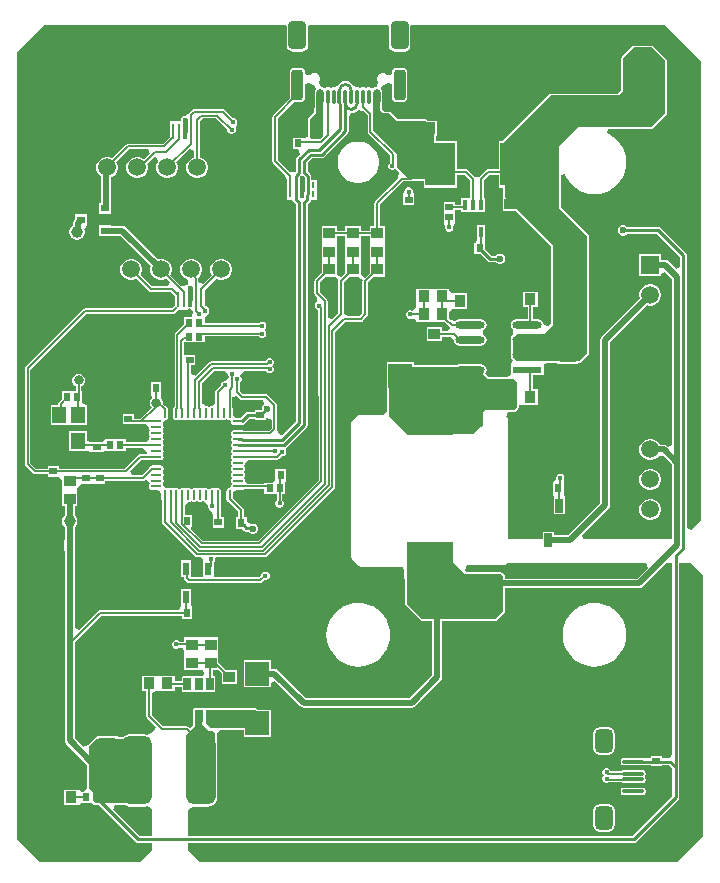
<source format=gtl>
G04*
G04 #@! TF.GenerationSoftware,Altium Limited,Altium Designer,23.5.1 (21)*
G04*
G04 Layer_Physical_Order=1*
G04 Layer_Color=255*
%FSLAX25Y25*%
%MOIN*%
G70*
G04*
G04 #@! TF.SameCoordinates,89F97100-6FF8-4533-BDCD-A1BC4398B3AB*
G04*
G04*
G04 #@! TF.FilePolarity,Positive*
G04*
G01*
G75*
%ADD13C,0.01000*%
G04:AMPARAMS|DCode=18|XSize=39.37mil|YSize=39.37mil|CornerRadius=9.84mil|HoleSize=0mil|Usage=FLASHONLY|Rotation=0.000|XOffset=0mil|YOffset=0mil|HoleType=Round|Shape=RoundedRectangle|*
%AMROUNDEDRECTD18*
21,1,0.03937,0.01968,0,0,0.0*
21,1,0.01968,0.03937,0,0,0.0*
1,1,0.01968,0.00984,-0.00984*
1,1,0.01968,-0.00984,-0.00984*
1,1,0.01968,-0.00984,0.00984*
1,1,0.01968,0.00984,0.00984*
%
%ADD18ROUNDEDRECTD18*%
G04:AMPARAMS|DCode=19|XSize=11.81mil|YSize=70.87mil|CornerRadius=2.95mil|HoleSize=0mil|Usage=FLASHONLY|Rotation=270.000|XOffset=0mil|YOffset=0mil|HoleType=Round|Shape=RoundedRectangle|*
%AMROUNDEDRECTD19*
21,1,0.01181,0.06496,0,0,270.0*
21,1,0.00591,0.07087,0,0,270.0*
1,1,0.00591,-0.03248,-0.00295*
1,1,0.00591,-0.03248,0.00295*
1,1,0.00591,0.03248,0.00295*
1,1,0.00591,0.03248,-0.00295*
%
%ADD19ROUNDEDRECTD19*%
G04:AMPARAMS|DCode=20|XSize=78.74mil|YSize=59.06mil|CornerRadius=14.76mil|HoleSize=0mil|Usage=FLASHONLY|Rotation=270.000|XOffset=0mil|YOffset=0mil|HoleType=Round|Shape=RoundedRectangle|*
%AMROUNDEDRECTD20*
21,1,0.07874,0.02953,0,0,270.0*
21,1,0.04921,0.05906,0,0,270.0*
1,1,0.02953,-0.01476,-0.02461*
1,1,0.02953,-0.01476,0.02461*
1,1,0.02953,0.01476,0.02461*
1,1,0.02953,0.01476,-0.02461*
%
%ADD20ROUNDEDRECTD20*%
%ADD21R,0.02559X0.02362*%
%ADD22R,0.03858X0.03661*%
%ADD23R,0.04528X0.05512*%
%ADD24R,0.02362X0.02559*%
%ADD25R,0.02362X0.04331*%
%ADD27R,0.01575X0.05512*%
%ADD28R,0.00984X0.02362*%
%ADD29R,0.03661X0.03858*%
%ADD30O,0.03543X0.00984*%
%ADD31O,0.00984X0.03543*%
%ADD32R,0.22047X0.22047*%
%ADD33R,0.02559X0.04528*%
G04:AMPARAMS|DCode=34|XSize=98.43mil|YSize=228.35mil|CornerRadius=24.61mil|HoleSize=0mil|Usage=FLASHONLY|Rotation=180.000|XOffset=0mil|YOffset=0mil|HoleType=Round|Shape=RoundedRectangle|*
%AMROUNDEDRECTD34*
21,1,0.09843,0.17913,0,0,180.0*
21,1,0.04921,0.22835,0,0,180.0*
1,1,0.04921,-0.02461,0.08957*
1,1,0.04921,0.02461,0.08957*
1,1,0.04921,0.02461,-0.08957*
1,1,0.04921,-0.02461,-0.08957*
%
%ADD34ROUNDEDRECTD34*%
%ADD35R,0.07874X0.07874*%
%ADD36R,0.05787X0.04567*%
G04:AMPARAMS|DCode=37|XSize=43.31mil|YSize=23.62mil|CornerRadius=2.01mil|HoleSize=0mil|Usage=FLASHONLY|Rotation=90.000|XOffset=0mil|YOffset=0mil|HoleType=Round|Shape=RoundedRectangle|*
%AMROUNDEDRECTD37*
21,1,0.04331,0.01961,0,0,90.0*
21,1,0.03929,0.02362,0,0,90.0*
1,1,0.00402,0.00980,0.01965*
1,1,0.00402,0.00980,-0.01965*
1,1,0.00402,-0.00980,-0.01965*
1,1,0.00402,-0.00980,0.01965*
%
%ADD37ROUNDEDRECTD37*%
%ADD38R,0.15748X0.11811*%
%ADD39R,0.07874X0.14173*%
%ADD40R,0.07874X0.07874*%
G04:AMPARAMS|DCode=41|XSize=97.4mil|YSize=24.49mil|CornerRadius=12.25mil|HoleSize=0mil|Usage=FLASHONLY|Rotation=180.000|XOffset=0mil|YOffset=0mil|HoleType=Round|Shape=RoundedRectangle|*
%AMROUNDEDRECTD41*
21,1,0.09740,0.00000,0,0,180.0*
21,1,0.07291,0.02449,0,0,180.0*
1,1,0.02449,-0.03646,0.00000*
1,1,0.02449,0.03646,0.00000*
1,1,0.02449,0.03646,0.00000*
1,1,0.02449,-0.03646,0.00000*
%
%ADD41ROUNDEDRECTD41*%
%ADD42R,0.09740X0.02449*%
%ADD43R,0.01575X0.03347*%
%ADD44R,0.09843X0.14173*%
%ADD45O,0.01181X0.05315*%
%ADD46O,0.02362X0.05315*%
%ADD65R,0.07972X0.12205*%
G04:AMPARAMS|DCode=75|XSize=39.37mil|YSize=102.36mil|CornerRadius=9.84mil|HoleSize=0mil|Usage=FLASHONLY|Rotation=180.000|XOffset=0mil|YOffset=0mil|HoleType=Round|Shape=RoundedRectangle|*
%AMROUNDEDRECTD75*
21,1,0.03937,0.08268,0,0,180.0*
21,1,0.01968,0.10236,0,0,180.0*
1,1,0.01968,-0.00984,0.04134*
1,1,0.01968,0.00984,0.04134*
1,1,0.01968,0.00984,-0.04134*
1,1,0.01968,-0.00984,-0.04134*
%
%ADD75ROUNDEDRECTD75*%
G04:AMPARAMS|DCode=76|XSize=59.06mil|YSize=94.49mil|CornerRadius=14.76mil|HoleSize=0mil|Usage=FLASHONLY|Rotation=180.000|XOffset=0mil|YOffset=0mil|HoleType=Round|Shape=RoundedRectangle|*
%AMROUNDEDRECTD76*
21,1,0.05906,0.06496,0,0,180.0*
21,1,0.02953,0.09449,0,0,180.0*
1,1,0.02953,-0.01476,0.03248*
1,1,0.02953,0.01476,0.03248*
1,1,0.02953,0.01476,-0.03248*
1,1,0.02953,-0.01476,-0.03248*
%
%ADD76ROUNDEDRECTD76*%
%ADD79C,0.01100*%
%ADD80R,0.02756X0.02362*%
%ADD81C,0.02000*%
%ADD82C,0.00600*%
%ADD83C,0.01500*%
%ADD84C,0.05906*%
%ADD85R,0.05906X0.05906*%
%ADD86C,0.09449*%
%ADD87R,0.09449X0.09449*%
%ADD88R,0.05906X0.05906*%
%ADD89C,0.01968*%
%ADD90C,0.01575*%
%ADD91C,0.02362*%
%ADD92C,0.03937*%
%ADD93C,0.03150*%
G36*
X266000Y294000D02*
Y261290D01*
D01*
Y141000D01*
X262607Y137607D01*
X261222Y138181D01*
Y229153D01*
X261222Y229153D01*
X261136Y229582D01*
X260893Y229946D01*
X260893Y229946D01*
X256419Y234419D01*
D01*
X252546Y238293D01*
X252182Y238536D01*
X251753Y238622D01*
X251753Y238621D01*
X241397D01*
X241009Y239010D01*
X240354Y239281D01*
X239646D01*
X238991Y239010D01*
X238490Y238509D01*
X238219Y237854D01*
Y237146D01*
X238490Y236491D01*
X238991Y235990D01*
X239646Y235719D01*
X240354D01*
X241009Y235990D01*
X241397Y236379D01*
X251288D01*
X258979Y228688D01*
Y225289D01*
X257593Y224714D01*
X255153Y227153D01*
X254624Y227507D01*
X254000Y227631D01*
X252553D01*
Y229553D01*
X245447D01*
Y222447D01*
X252553D01*
Y223019D01*
X254053Y223640D01*
X256369Y221324D01*
Y165898D01*
X254983Y165324D01*
X254654Y165654D01*
X254124Y166007D01*
X253500Y166131D01*
X252161D01*
X251843Y166681D01*
X251181Y167343D01*
X250371Y167811D01*
X249468Y168053D01*
X248532D01*
X247629Y167811D01*
X246819Y167343D01*
X246157Y166681D01*
X245689Y165871D01*
X245447Y164968D01*
Y164032D01*
X245689Y163129D01*
X246157Y162319D01*
X246819Y161657D01*
X247629Y161189D01*
X248532Y160947D01*
X249468D01*
X250371Y161189D01*
X251181Y161657D01*
X251843Y162319D01*
X253473Y162220D01*
X256369Y159324D01*
Y134500D01*
X226767D01*
X226193Y135886D01*
X235154Y144846D01*
X235507Y145376D01*
X235631Y146000D01*
Y200324D01*
X247919Y212612D01*
X248532Y212447D01*
X249468D01*
X250371Y212689D01*
X251181Y213157D01*
X251843Y213819D01*
X252311Y214629D01*
X252553Y215532D01*
Y216468D01*
X252311Y217371D01*
X251843Y218181D01*
X251181Y218843D01*
X250371Y219311D01*
X249468Y219553D01*
X248532D01*
X247629Y219311D01*
X246819Y218843D01*
X246157Y218181D01*
X245689Y217371D01*
X245447Y216468D01*
Y215532D01*
X245612Y214919D01*
X232846Y202153D01*
X232493Y201624D01*
X232369Y201000D01*
Y146676D01*
X221517Y135824D01*
X216880D01*
Y137057D01*
X213121D01*
Y134500D01*
X201649D01*
Y174500D01*
X201459Y174959D01*
X200954Y175465D01*
X201528Y176851D01*
X203500D01*
X203959Y177041D01*
X204959Y178041D01*
X205149Y178500D01*
Y179353D01*
X206601Y179471D01*
X206899Y179471D01*
X211462D01*
Y184529D01*
X209949D01*
Y189175D01*
X213482D01*
X213482Y192825D01*
X214764Y193351D01*
X218006D01*
Y193121D01*
X224994D01*
Y193351D01*
X225500D01*
X225959Y193541D01*
X228459Y196041D01*
X228649Y196500D01*
Y203000D01*
Y208609D01*
Y234500D01*
Y235500D01*
X228459Y235959D01*
X219149Y245269D01*
D01*
Y255926D01*
X220649Y256225D01*
X220996Y255388D01*
X221865Y253970D01*
X222945Y252705D01*
X224210Y251625D01*
X225628Y250756D01*
X227165Y250119D01*
X228783Y249731D01*
X230441Y249600D01*
X232099Y249731D01*
X233717Y250119D01*
X235253Y250756D01*
X236672Y251625D01*
X237937Y252705D01*
X239017Y253970D01*
X239886Y255388D01*
X240523Y256925D01*
X240911Y258542D01*
X241041Y260201D01*
X240911Y261859D01*
X240523Y263476D01*
X239886Y265013D01*
X239017Y266432D01*
X237937Y267696D01*
X236672Y268777D01*
X235253Y269646D01*
X234759Y269851D01*
X235058Y271351D01*
X249500D01*
X249959Y271541D01*
X254459Y276041D01*
X254649Y276500D01*
Y294000D01*
X254459Y294459D01*
X249959Y298959D01*
X249500Y299149D01*
X243500D01*
X243041Y298959D01*
X239541Y295459D01*
X239351Y295000D01*
Y284269D01*
X238231Y283149D01*
X216000Y283149D01*
X215541Y282959D01*
X199768Y267187D01*
X198479D01*
Y257918D01*
X195000D01*
X194649Y257848D01*
X194351Y257649D01*
X192143Y255441D01*
X191697Y255354D01*
X190869Y255341D01*
X190430Y255397D01*
X190382Y255416D01*
X188149Y257649D01*
X187851Y257848D01*
X187500Y257918D01*
X184521D01*
Y267187D01*
X177649D01*
Y268971D01*
X177899D01*
Y274029D01*
X175166D01*
X174820Y274098D01*
X174459Y274459D01*
X174000Y274649D01*
X164769D01*
X162459Y276959D01*
X162000Y277149D01*
X160353D01*
X159654Y277848D01*
Y280462D01*
X159666Y280524D01*
Y283476D01*
X159528Y284171D01*
X159221Y284632D01*
X159445Y285259D01*
X159929Y286034D01*
X160244D01*
X160971Y286335D01*
X161400Y286765D01*
X161988Y286694D01*
X162900Y286305D01*
Y281909D01*
X163023Y281291D01*
X163374Y280767D01*
X163898Y280417D01*
X164516Y280294D01*
X166484D01*
X167102Y280417D01*
X167626Y280767D01*
X167977Y281291D01*
X168099Y281909D01*
Y290177D01*
X167977Y290795D01*
X167626Y291319D01*
X167102Y291670D01*
X166484Y291792D01*
X164516D01*
X163898Y291670D01*
X163374Y291319D01*
X163023Y290795D01*
X162900Y290177D01*
Y289719D01*
X161988Y289329D01*
X161400Y289259D01*
X160971Y289689D01*
X160244Y289990D01*
X159457D01*
X158730Y289689D01*
X158174Y289132D01*
X157872Y288405D01*
Y287618D01*
X158174Y286891D01*
X158341Y286724D01*
X158029Y285816D01*
X157699Y285262D01*
X157155Y285154D01*
X156150Y284925D01*
X155882Y285104D01*
X155756Y285188D01*
X155756Y285188D01*
X155291Y285281D01*
X155291Y285281D01*
X155143Y285251D01*
X154827Y285188D01*
X154307Y284977D01*
X153787Y285188D01*
X153787Y285188D01*
X153787Y285188D01*
X153323Y285281D01*
X152858Y285188D01*
X152858Y285188D01*
X152858Y285188D01*
X152339Y284977D01*
X151819Y285188D01*
X151354Y285281D01*
X150890Y285188D01*
X150156Y285753D01*
X149656Y286405D01*
X149004Y286905D01*
X148246Y287219D01*
X147432Y287326D01*
X146618Y287219D01*
X145859Y286905D01*
X145208Y286405D01*
X144708Y285753D01*
X143945Y285188D01*
X143945Y285188D01*
X143480Y285281D01*
X143016Y285188D01*
X142496Y284977D01*
X141976Y285188D01*
X141512Y285281D01*
X141512Y285281D01*
X141047Y285188D01*
X141047Y285188D01*
X140654Y284925D01*
X139648Y285154D01*
X139200Y285243D01*
X138795Y286029D01*
X138639Y286759D01*
X138771Y286891D01*
X139072Y287618D01*
Y288405D01*
X138771Y289132D01*
X138215Y289689D01*
X137488Y289990D01*
X136701D01*
X135974Y289689D01*
X135544Y289259D01*
X134957Y289329D01*
X134044Y289719D01*
Y290177D01*
X133922Y290795D01*
X133571Y291319D01*
X133047Y291670D01*
X132429Y291792D01*
X130461D01*
X129842Y291670D01*
X129318Y291319D01*
X128968Y290795D01*
X128845Y290177D01*
Y281909D01*
X128898Y281645D01*
X123351Y276098D01*
X123152Y275800D01*
X123082Y275449D01*
Y260500D01*
X123152Y260149D01*
X123351Y259851D01*
X127434Y255768D01*
X127804Y254421D01*
X127804Y254421D01*
X127804D01*
X127804Y254421D01*
Y250859D01*
Y247710D01*
X129747D01*
X129812Y247385D01*
X130066Y247004D01*
X130810Y246260D01*
Y173969D01*
X126264Y169423D01*
X125444Y169537D01*
X125216Y169760D01*
X124888Y170331D01*
X124618Y171096D01*
X124644Y171227D01*
Y179298D01*
X124575Y179649D01*
X124376Y179947D01*
X121673Y182649D01*
X121376Y182848D01*
X121025Y182918D01*
X113380D01*
X112346Y183952D01*
Y186852D01*
X112604Y187111D01*
X112815Y187621D01*
Y188173D01*
X112604Y188683D01*
X112372Y188915D01*
X112202Y189404D01*
X113619Y190801D01*
X120852D01*
X120964Y190531D01*
X121354Y190140D01*
X121864Y189929D01*
X122416D01*
X122926Y190140D01*
X123316Y190531D01*
X123527Y191041D01*
Y191593D01*
X123316Y192103D01*
X123014Y192404D01*
X123316Y192706D01*
X123527Y193216D01*
Y193767D01*
X123316Y194277D01*
X122926Y194668D01*
X122416Y194879D01*
X121864D01*
X121354Y194668D01*
X120964Y194277D01*
X120786Y193848D01*
X102725D01*
X102374Y193778D01*
X102076Y193579D01*
X97465Y188968D01*
X95965Y189589D01*
Y192546D01*
X97379D01*
Y196108D01*
X93621D01*
X93541Y197575D01*
Y198788D01*
X93633Y200250D01*
X100542D01*
Y202168D01*
X118635D01*
X118892Y201911D01*
X119402Y201700D01*
X119954D01*
X120464Y201911D01*
X120854Y202301D01*
X121065Y202811D01*
Y203363D01*
X120854Y203873D01*
X120539Y204385D01*
X120854Y204897D01*
X121065Y205407D01*
Y205959D01*
X120854Y206469D01*
X120464Y206859D01*
X119954Y207071D01*
X119402D01*
X118892Y206859D01*
X118648Y206616D01*
X100542D01*
Y208390D01*
X100542Y208558D01*
X101521Y209652D01*
X101898Y210029D01*
X102109Y210539D01*
Y211091D01*
X101898Y211601D01*
X101508Y211991D01*
X100998Y212202D01*
X100766D01*
X100528Y212441D01*
Y214293D01*
Y217730D01*
X104222Y221424D01*
X104629Y221189D01*
X105532Y220947D01*
X106468D01*
X107371Y221189D01*
X108181Y221657D01*
X108843Y222319D01*
X109311Y223129D01*
X109553Y224032D01*
Y224968D01*
X109311Y225871D01*
X108843Y226681D01*
X108181Y227343D01*
X107371Y227811D01*
X106468Y228053D01*
X105532D01*
X104629Y227811D01*
X103819Y227343D01*
X103157Y226681D01*
X102689Y225871D01*
X102447Y224968D01*
Y224032D01*
X102689Y223129D01*
X102924Y222722D01*
X99885Y219683D01*
X98385Y220304D01*
Y221597D01*
X98341Y221817D01*
X98843Y222319D01*
X99311Y223129D01*
X99553Y224032D01*
Y224968D01*
X99311Y225871D01*
X98843Y226681D01*
X98181Y227343D01*
X97371Y227811D01*
X96468Y228053D01*
X95532D01*
X94629Y227811D01*
X93819Y227343D01*
X93157Y226681D01*
X92689Y225871D01*
X92447Y224968D01*
Y224032D01*
X92689Y223129D01*
X93157Y222319D01*
X93819Y221657D01*
X94629Y221189D01*
X94985Y221094D01*
X94974Y219655D01*
X94954Y219549D01*
X94527Y219264D01*
X93071Y219054D01*
X92762Y219117D01*
X89106Y222774D01*
X89311Y223129D01*
X89553Y224032D01*
Y224968D01*
X89311Y225871D01*
X88843Y226681D01*
X88181Y227343D01*
X87371Y227811D01*
X86468Y228053D01*
X85532D01*
X84919Y227888D01*
X74271Y238536D01*
X73742Y238889D01*
X73118Y239014D01*
X69236D01*
Y239163D01*
X65280D01*
Y235601D01*
X69236D01*
Y235751D01*
X72442D01*
X82612Y225581D01*
X82447Y224968D01*
Y224032D01*
X82689Y223129D01*
X83157Y222319D01*
X83819Y221657D01*
X84629Y221189D01*
X85532Y220947D01*
X86468D01*
X87371Y221189D01*
X87830Y221454D01*
X88866Y220418D01*
X88245Y218918D01*
X82880D01*
X79076Y222722D01*
X79311Y223129D01*
X79553Y224032D01*
Y224968D01*
X79311Y225871D01*
X78843Y226681D01*
X78181Y227343D01*
X77371Y227811D01*
X76468Y228053D01*
X75532D01*
X74629Y227811D01*
X73819Y227343D01*
X73157Y226681D01*
X72689Y225871D01*
X72447Y224968D01*
Y224032D01*
X72689Y223129D01*
X73157Y222319D01*
X73819Y221657D01*
X74629Y221189D01*
X75532Y220947D01*
X76468D01*
X77371Y221189D01*
X77778Y221424D01*
X81851Y217351D01*
X82149Y217152D01*
X82500Y217082D01*
X89120D01*
X90470Y215733D01*
Y212358D01*
X89601Y211489D01*
X60571D01*
X60220Y211419D01*
X59922Y211220D01*
X40851Y192149D01*
X40652Y191851D01*
X40582Y191500D01*
Y159500D01*
X40652Y159149D01*
X40851Y158851D01*
X43178Y156524D01*
X43476Y156325D01*
X43827Y156256D01*
X48120D01*
Y155392D01*
X51880D01*
X52971Y154406D01*
Y151601D01*
X52971D01*
Y150399D01*
X52971D01*
Y145538D01*
X53869D01*
Y142501D01*
X53445Y142077D01*
X53106Y141491D01*
X52931Y140838D01*
Y140162D01*
X53106Y139509D01*
X53445Y138923D01*
X53869Y138499D01*
Y134379D01*
X53719D01*
Y130621D01*
X53869D01*
Y100000D01*
Y67500D01*
X53993Y66876D01*
X54347Y66347D01*
X61351Y59342D01*
Y51500D01*
X60242Y50380D01*
X59693D01*
X58462Y51029D01*
Y51029D01*
X58462Y51029D01*
X53601D01*
Y46000D01*
Y45971D01*
X58462D01*
Y45971D01*
X59219Y46621D01*
X63118D01*
X63698Y46041D01*
X64157Y45851D01*
X65410D01*
X77553Y33707D01*
X77553Y33707D01*
X77917Y33464D01*
X78347Y33378D01*
X78347Y33378D01*
X83000D01*
Y31000D01*
X79000Y27000D01*
X45500D01*
X38000Y34500D01*
X38000Y70680D01*
X38000Y70680D01*
Y297000D01*
X47000Y306000D01*
X127645D01*
X127851Y305748D01*
Y299252D01*
X128013Y298442D01*
X128472Y297755D01*
X129158Y297296D01*
X129969Y297135D01*
X132921D01*
X133731Y297296D01*
X134418Y297755D01*
X134877Y298442D01*
X135038Y299252D01*
Y305748D01*
X135245Y306000D01*
X161700D01*
X161907Y305748D01*
Y299252D01*
X162068Y298442D01*
X162527Y297755D01*
X163214Y297296D01*
X164024Y297135D01*
X166976D01*
X167787Y297296D01*
X168473Y297755D01*
X168932Y298442D01*
X169093Y299252D01*
Y305748D01*
X169300Y306000D01*
X254000D01*
X266000Y294000D01*
D02*
G37*
G36*
X135974Y286335D02*
X136701Y286034D01*
X136874D01*
X137273Y285394D01*
X137528Y284551D01*
X137275Y284171D01*
X137137Y283476D01*
Y282398D01*
X137134Y282392D01*
Y278553D01*
X137041Y278459D01*
X136851Y278000D01*
Y276769D01*
X135041Y274959D01*
X134851Y274500D01*
Y272500D01*
Y268630D01*
X133454Y268380D01*
X133454Y268380D01*
X133454Y268379D01*
X129892D01*
Y264620D01*
X131620D01*
X132241Y263121D01*
X131154Y262033D01*
X130900Y261653D01*
X130810Y261204D01*
Y257236D01*
X130713Y257139D01*
X130680Y257114D01*
X128863Y257032D01*
X128674Y257124D01*
X124918Y260880D01*
Y275069D01*
X130196Y280347D01*
X130461Y280294D01*
X132429D01*
X133047Y280417D01*
X133571Y280767D01*
X133922Y281291D01*
X134044Y281909D01*
Y286305D01*
X134957Y286694D01*
X135544Y286765D01*
X135974Y286335D01*
D02*
G37*
G36*
X140091Y272590D02*
Y269091D01*
X139000Y268000D01*
X136000D01*
X135500Y268500D01*
Y272500D01*
Y274500D01*
X137500Y276500D01*
Y278000D01*
X137784Y278284D01*
Y282392D01*
X140091Y283545D01*
Y272590D01*
D02*
G37*
G36*
X159005Y283355D02*
Y277579D01*
X160084Y276500D01*
X162000D01*
X164500Y274000D01*
X174000D01*
X174500Y273500D01*
X177000Y273000D01*
Y255500D01*
X176000Y254500D01*
X168500D01*
X164500Y258500D01*
Y263000D01*
X157000Y270500D01*
X157001Y270501D01*
X156683Y270819D01*
Y283437D01*
X159005Y283355D01*
D02*
G37*
G36*
X198479Y251813D02*
X199850D01*
Y248500D01*
X199891Y248403D01*
Y243924D01*
X204157D01*
X215851Y232231D01*
Y206365D01*
X214820Y205539D01*
X213492Y206128D01*
X213376Y206712D01*
X212973Y207315D01*
X212370Y207719D01*
X211658Y207860D01*
X209981D01*
Y211971D01*
X211494D01*
Y217029D01*
X206632D01*
Y211971D01*
X208145D01*
Y207860D01*
X204366D01*
X203655Y207719D01*
X203051Y207315D01*
X202648Y206712D01*
X202506Y206000D01*
X202648Y205288D01*
X203051Y204684D01*
X203151Y204618D01*
X203178Y204588D01*
X203444Y203121D01*
X203387Y202805D01*
X202756Y202174D01*
X202566Y201715D01*
Y201300D01*
X202506Y201000D01*
X202566Y200700D01*
Y196300D01*
X202506Y196000D01*
X202566Y195700D01*
Y195285D01*
X202756Y194826D01*
X203257Y194325D01*
X202636Y192825D01*
X202542D01*
X202542Y189175D01*
X201260Y188649D01*
X195269D01*
X194063Y189855D01*
X194352Y190288D01*
X194494Y191000D01*
X194352Y191712D01*
X193949Y192315D01*
X193345Y192719D01*
X192633Y192860D01*
X185342D01*
X184630Y192719D01*
X184527Y192649D01*
X170305D01*
Y193537D01*
X161231D01*
Y184463D01*
X161351D01*
Y177090D01*
X161250Y176962D01*
X160000Y176149D01*
X152000D01*
X151541Y175959D01*
X149541Y173959D01*
X149351Y173500D01*
Y128500D01*
X149541Y128041D01*
X152041Y125541D01*
X152500Y125351D01*
X166500D01*
X167026Y123965D01*
Y121372D01*
X167351D01*
Y113000D01*
X167541Y112541D01*
X171541Y108541D01*
X171541Y108541D01*
X172541Y107541D01*
X173000Y107351D01*
X176369D01*
Y89176D01*
X168824Y81631D01*
X134176D01*
X124919Y90888D01*
X124390Y91242D01*
X123765Y91366D01*
X122537D01*
Y94305D01*
X113463D01*
Y85231D01*
X122537D01*
Y86535D01*
X124037Y87156D01*
X132346Y78847D01*
X132876Y78493D01*
X133500Y78369D01*
X169500D01*
X170124Y78493D01*
X170653Y78847D01*
X179154Y87347D01*
X179507Y87876D01*
X179631Y88500D01*
X179631Y88500D01*
Y107351D01*
X197500D01*
X197959Y107541D01*
X198614Y108196D01*
D01*
X200459Y110041D01*
X200649Y110500D01*
Y118194D01*
X245326D01*
X245950Y118318D01*
X246479Y118672D01*
X254307Y126500D01*
X256379D01*
Y62871D01*
X255594Y61527D01*
X255594Y61527D01*
X252880D01*
Y62454D01*
X249120D01*
Y61527D01*
X246946D01*
X246920Y61544D01*
X246571Y61614D01*
X240075D01*
X239725Y61544D01*
X239429Y61346D01*
X239231Y61050D01*
X239162Y60701D01*
Y60110D01*
X239231Y59761D01*
X239429Y59465D01*
X239725Y59267D01*
X240075Y59197D01*
X246571D01*
X246920Y59267D01*
X246946Y59284D01*
X249120D01*
Y58892D01*
X252880D01*
Y59284D01*
X255130D01*
X256379Y58035D01*
Y48965D01*
X243035Y35622D01*
X95000D01*
Y44298D01*
X95213Y44608D01*
X96500Y45479D01*
X96669Y45456D01*
X101591D01*
X102390Y45562D01*
X103134Y45870D01*
X103773Y46360D01*
X104264Y47000D01*
X104572Y47744D01*
X104678Y48543D01*
Y66457D01*
X104572Y67256D01*
X104548Y67315D01*
Y69769D01*
X104548Y69769D01*
X105695Y70851D01*
X113463D01*
Y68695D01*
X122537D01*
Y77769D01*
X118149D01*
X117644Y78274D01*
X117185Y78464D01*
X103229D01*
X103220Y78466D01*
X101260D01*
X101251Y78464D01*
X101051D01*
X100592Y78274D01*
X99793Y78404D01*
X99782Y78406D01*
X99480Y78466D01*
X97520D01*
X97207Y78404D01*
X96942Y78227D01*
X96765Y77962D01*
X96703Y77650D01*
Y77638D01*
X96682Y77588D01*
Y72737D01*
X95485Y71813D01*
X95399Y71899D01*
X95101Y72098D01*
X94750Y72168D01*
X86630D01*
X82886Y75912D01*
Y83282D01*
X84386Y83971D01*
X85601D01*
X85899Y83971D01*
X90462D01*
Y85397D01*
X92963D01*
Y84350D01*
X93025Y84038D01*
X93202Y83773D01*
X93467Y83596D01*
X93779Y83534D01*
X95435D01*
X95740Y83534D01*
X96630Y83572D01*
X97520Y83534D01*
X97824Y83534D01*
X99176D01*
X99480Y83534D01*
X100370Y83572D01*
X101260Y83534D01*
X101433Y83534D01*
D01*
X103220D01*
X103533Y83596D01*
X103798Y83773D01*
X103975Y84038D01*
X104037Y84350D01*
Y87141D01*
Y88279D01*
X103975Y88592D01*
X103798Y88857D01*
X103533Y89034D01*
X103220Y89096D01*
X103158D01*
Y90956D01*
X105066D01*
X105066Y90956D01*
Y90956D01*
X106134Y89913D01*
X106206Y89841D01*
Y86277D01*
X111264D01*
Y91138D01*
X107504D01*
X105066Y93576D01*
Y95519D01*
X105066Y95817D01*
Y97019D01*
X105066Y97317D01*
Y101880D01*
X100280D01*
X100008Y101880D01*
Y101880D01*
X98798Y101839D01*
Y101839D01*
X93739D01*
Y100418D01*
X92044D01*
X91786Y100676D01*
X91276Y100887D01*
X90724D01*
X90214Y100676D01*
X89824Y100286D01*
X89613Y99776D01*
Y99224D01*
X89824Y98714D01*
X90214Y98324D01*
X90724Y98113D01*
X91276D01*
X91786Y98324D01*
X91865Y98403D01*
X93389Y98208D01*
X93739Y97082D01*
Y95776D01*
X93739Y95477D01*
Y90914D01*
X98525D01*
X98798Y90914D01*
Y90914D01*
X99823Y90949D01*
X100116Y90865D01*
X100289Y89722D01*
X99644Y89089D01*
X99480Y89096D01*
X99176Y89096D01*
X97824D01*
X97520Y89096D01*
X96630Y89058D01*
X95740Y89096D01*
X95435Y89096D01*
X93779D01*
X93467Y89034D01*
X93202Y88857D01*
X93025Y88592D01*
X92963Y88279D01*
Y87233D01*
X90462D01*
Y89029D01*
X85899D01*
X85601Y89029D01*
X84399D01*
X84101Y89029D01*
X79538D01*
Y83971D01*
X81051D01*
Y75532D01*
X81121Y75180D01*
X81320Y74883D01*
X84167Y72035D01*
X83593Y70649D01*
X83500D01*
X83041Y70459D01*
X82936Y70206D01*
X82644Y69910D01*
X81350Y69347D01*
X81130Y69438D01*
X80331Y69544D01*
X75410D01*
X74611Y69438D01*
X73866Y69130D01*
X73239Y68649D01*
X71494D01*
Y68879D01*
X64506D01*
Y68649D01*
X64500D01*
X64041Y68459D01*
X61541Y65959D01*
X61520Y65909D01*
X59965Y65342D01*
X57131Y68176D01*
Y70443D01*
Y100000D01*
Y100334D01*
X65880Y109082D01*
X92872D01*
Y108121D01*
X96435D01*
Y111880D01*
X96435D01*
X96041Y112510D01*
Y118041D01*
X92479D01*
Y112510D01*
X92479D01*
X92536Y112418D01*
X91835Y110918D01*
X65500D01*
X65149Y110848D01*
X64851Y110649D01*
X58517Y104315D01*
X57131Y104889D01*
Y130621D01*
X57281D01*
Y134379D01*
X57131D01*
Y138499D01*
X57555Y138923D01*
X57894Y139509D01*
X58069Y140162D01*
Y140838D01*
X57894Y141491D01*
X57555Y142077D01*
X57131Y142501D01*
Y145538D01*
X58029D01*
Y150399D01*
X58029D01*
Y151601D01*
X58804Y152780D01*
X59121Y153065D01*
X62880D01*
Y153065D01*
X63621D01*
Y153065D01*
X67379D01*
Y154082D01*
X80000D01*
X80351Y154152D01*
X80579Y154304D01*
X80838Y154275D01*
X82109Y153716D01*
X82109Y153716D01*
X82288Y153157D01*
X82109Y152599D01*
X82024Y152173D01*
X82024Y152173D01*
X82109Y151747D01*
X82109Y151747D01*
X82109Y151747D01*
X82350Y151386D01*
X82712Y151145D01*
X82712Y151145D01*
X83138Y151060D01*
X83138Y151060D01*
X83316Y151060D01*
X83316Y151060D01*
X83317Y151060D01*
X84602D01*
X85769Y150769D01*
X86060Y149602D01*
Y148138D01*
X86145Y147712D01*
X86256Y147545D01*
Y140455D01*
X86326Y140104D01*
X86524Y139807D01*
X97380Y128951D01*
X97678Y128752D01*
X98029Y128682D01*
X99217D01*
X99959Y127490D01*
Y123358D01*
X99959Y121959D01*
X98501Y121858D01*
X97499D01*
X96041Y121959D01*
Y127490D01*
X92479D01*
Y121959D01*
X93540D01*
Y121780D01*
X93610Y121429D01*
X93809Y121131D01*
X94648Y120292D01*
X94946Y120093D01*
X95297Y120023D01*
X119089D01*
X119440Y120093D01*
X119738Y120292D01*
X120451Y121005D01*
X120506Y120983D01*
X121058D01*
X121568Y121194D01*
X121958Y121584D01*
X122169Y122094D01*
Y122646D01*
X121958Y123156D01*
X121568Y123546D01*
X121058Y123757D01*
X120506D01*
X119996Y123546D01*
X119606Y123156D01*
X119394Y122646D01*
Y122544D01*
X118709Y121858D01*
X104980D01*
X103521Y121959D01*
X103521Y123358D01*
Y125517D01*
X103539Y125605D01*
Y126868D01*
X103797Y127127D01*
X104009Y127637D01*
Y128189D01*
X104339Y128682D01*
X120494D01*
X120845Y128752D01*
X121143Y128951D01*
X143649Y151457D01*
X143848Y151755D01*
X143918Y152106D01*
Y203620D01*
X147380Y207082D01*
X152500D01*
X152851Y207152D01*
X153149Y207351D01*
X154649Y208851D01*
X154848Y209149D01*
X154918Y209500D01*
Y220250D01*
X156769Y222101D01*
X160529D01*
Y226962D01*
X160529D01*
Y228038D01*
X160529D01*
Y232899D01*
X160529D01*
Y234101D01*
X160529D01*
Y238962D01*
X158918D01*
Y246120D01*
X166693Y253895D01*
X168392D01*
X168500Y253851D01*
X173479D01*
Y251813D01*
X184521D01*
Y256082D01*
X187120D01*
X189082Y254120D01*
Y248202D01*
X186054D01*
Y246091D01*
X183879D01*
Y246954D01*
X180121D01*
Y243392D01*
Y240046D01*
X180121Y240046D01*
X180613Y238776D01*
Y238224D01*
X180824Y237714D01*
X181214Y237324D01*
X181724Y237113D01*
X182276D01*
X182786Y237324D01*
X183176Y237714D01*
X183387Y238224D01*
Y238750D01*
X183879Y240046D01*
X183880Y240046D01*
X183879Y240046D01*
Y244256D01*
X186054D01*
Y243656D01*
X193947D01*
Y248202D01*
X193477D01*
Y254179D01*
X195380Y256082D01*
X198479D01*
Y251813D01*
D02*
G37*
G36*
X153299Y277403D02*
X154865Y275837D01*
Y270444D01*
X154935Y270093D01*
X155134Y269795D01*
X162245Y262684D01*
Y260095D01*
X161936Y259786D01*
X161725Y259276D01*
Y258724D01*
X161936Y258214D01*
X162327Y257824D01*
X162837Y257613D01*
X163389D01*
X163899Y257824D01*
X164078Y258003D01*
X165166Y256915D01*
X165262Y256635D01*
X165081Y254879D01*
X157351Y247149D01*
X157152Y246851D01*
X157082Y246500D01*
Y238962D01*
X155471D01*
Y237449D01*
X152494D01*
Y238962D01*
X147435D01*
Y237449D01*
X144529D01*
Y238962D01*
X139471D01*
Y234101D01*
X139471D01*
Y232899D01*
X139471D01*
Y228038D01*
X139471D01*
Y226962D01*
X139471D01*
Y223398D01*
X137351Y221279D01*
X137152Y220981D01*
X137082Y220630D01*
Y216500D01*
X137152Y216149D01*
X137351Y215851D01*
X138059Y215143D01*
X138061Y215132D01*
X137817Y213543D01*
X137427Y213153D01*
X137215Y212643D01*
Y212091D01*
X137427Y211581D01*
X137817Y211191D01*
X138327Y210979D01*
X138394D01*
Y182691D01*
X138464Y182340D01*
X138482Y182312D01*
Y154280D01*
X118320Y134118D01*
X99900D01*
X95968Y138049D01*
X96296Y138841D01*
X96296D01*
Y142600D01*
X93996D01*
Y145820D01*
X94038Y145905D01*
X95047Y147024D01*
X95473Y147109D01*
X95473Y147109D01*
X95835Y147350D01*
X96228D01*
X96590Y147109D01*
X96590Y147109D01*
X97016Y147024D01*
X97442Y147109D01*
X98000Y147287D01*
X98558Y147109D01*
X98558Y147109D01*
X98558Y147109D01*
X98984Y147024D01*
X99410Y147109D01*
X99410Y147109D01*
X99410Y147109D01*
X99968Y147287D01*
X100527Y147109D01*
X100654Y147084D01*
X100665Y147076D01*
X101484Y145953D01*
X101613Y145626D01*
Y145224D01*
X101824Y144714D01*
X102214Y144324D01*
X102724Y144113D01*
X103349Y142643D01*
X103121Y141954D01*
X103121D01*
Y138392D01*
X106879D01*
Y141954D01*
X105807D01*
Y147545D01*
X105919Y147712D01*
X106003Y148138D01*
X106003Y150482D01*
Y150518D01*
Y150518D01*
X106003Y150697D01*
X106003Y150697D01*
X105919Y151123D01*
X105919Y151123D01*
X105677Y151484D01*
X105316Y151726D01*
X105316Y151726D01*
X105316Y151726D01*
X104890Y151810D01*
X104890Y151810D01*
X104464Y151726D01*
X103905Y151547D01*
X103347Y151726D01*
X102921Y151810D01*
X102495Y151726D01*
X102495Y151726D01*
X102134Y151484D01*
X101740D01*
X101379Y151726D01*
X101379Y151726D01*
X100953Y151810D01*
X100527Y151726D01*
X99968Y151547D01*
X99410Y151726D01*
X99410Y151726D01*
X99410Y151726D01*
X98984Y151810D01*
X98558Y151726D01*
X98558Y151726D01*
X98558Y151726D01*
X98000Y151547D01*
X97442Y151726D01*
X97016Y151810D01*
X96590Y151726D01*
X96590Y151726D01*
X96228Y151484D01*
X95835D01*
X95473Y151726D01*
X95473Y151726D01*
X95047Y151810D01*
X94621Y151726D01*
X94063Y151547D01*
X93505Y151726D01*
X93079Y151810D01*
X92653Y151726D01*
X92653Y151726D01*
X92291Y151484D01*
X91898D01*
X91536Y151726D01*
X91536Y151726D01*
X91110Y151810D01*
X90684Y151726D01*
X90126Y151547D01*
X89568Y151726D01*
X89568Y151726D01*
X89568Y151726D01*
X89142Y151810D01*
X88716Y151726D01*
X88716Y151726D01*
X88716Y151726D01*
X88157Y151547D01*
X87599Y151726D01*
X87599Y151726D01*
X87599D01*
X87173Y151810D01*
X86810Y152173D01*
X86726Y152599D01*
X86547Y153157D01*
X86726Y153716D01*
X86726Y153716D01*
X86726Y153716D01*
X86810Y154142D01*
X86726Y154568D01*
X86726Y154568D01*
X86726Y154568D01*
X86547Y155126D01*
X86726Y155684D01*
X86726Y155684D01*
X86726Y155684D01*
X86810Y156110D01*
X86726Y156536D01*
X86726Y156536D01*
X86726Y156536D01*
X86547Y157095D01*
X86726Y157653D01*
X86810Y158079D01*
X86810Y158079D01*
X86726Y158505D01*
X86726Y158505D01*
X86726Y158505D01*
X86484Y158866D01*
X86123Y159107D01*
X86123Y159107D01*
X85697Y159192D01*
X85697Y159192D01*
X85518Y159192D01*
X85518Y159192D01*
X85517Y159192D01*
X83138D01*
X82712Y159107D01*
X82350Y158866D01*
X82109Y158505D01*
X82085Y158382D01*
X79620Y155918D01*
X76337D01*
X75715Y157418D01*
X79396Y161098D01*
X82545D01*
X82712Y160987D01*
X83138Y160902D01*
X85482Y160902D01*
X85518D01*
X85518D01*
X85697Y160902D01*
X85697Y160902D01*
X86123Y160987D01*
X86123Y160987D01*
X86484Y161228D01*
X86726Y161590D01*
X86726Y161590D01*
X86726Y161590D01*
X86810Y162016D01*
X86810Y162016D01*
X86726Y162442D01*
X86547Y163000D01*
X86726Y163558D01*
X86726Y163558D01*
X86726Y163558D01*
X86810Y163984D01*
X86726Y164410D01*
X86726Y164410D01*
X86726Y164410D01*
X86547Y164969D01*
X86726Y165527D01*
X86726Y165527D01*
X86726Y165527D01*
X86810Y165953D01*
X86726Y166379D01*
X86726Y166379D01*
X86726Y166379D01*
X86547Y166937D01*
X86726Y167495D01*
X86726Y167495D01*
X86726Y167495D01*
X86810Y167921D01*
X86726Y168347D01*
X86726Y168347D01*
X86726Y168347D01*
X86547Y168905D01*
X86726Y169464D01*
X86726Y169464D01*
X86726Y169464D01*
X86810Y169890D01*
X86726Y170316D01*
X86726Y170316D01*
X86726Y170316D01*
X86547Y170874D01*
X86726Y171432D01*
X86726Y171432D01*
X86726Y171432D01*
X86810Y171858D01*
X86726Y172284D01*
X86726Y172284D01*
X86726Y172284D01*
X86547Y172843D01*
X86726Y173401D01*
X86810Y173827D01*
X87173Y174190D01*
X87599Y174274D01*
X87961Y174516D01*
X88202Y174877D01*
X88287Y175303D01*
Y177862D01*
X88202Y178288D01*
X87961Y178650D01*
X87599Y178891D01*
X87403Y178930D01*
X86589Y179745D01*
Y180398D01*
X86258Y181198D01*
X85835Y181621D01*
X85850Y181703D01*
X86108Y183121D01*
X86108Y183121D01*
X86108Y183121D01*
Y186880D01*
X82546D01*
Y183121D01*
X82546D01*
X82962Y181793D01*
X82993Y181621D01*
X82570Y181198D01*
X82239Y180398D01*
Y179533D01*
X82570Y178734D01*
X82800Y178504D01*
X79041Y174744D01*
X76880D01*
Y176435D01*
X73120D01*
Y172872D01*
X76880D01*
Y172909D01*
X80820D01*
X80905Y172868D01*
X82024Y171858D01*
X82109Y171432D01*
X82109Y171432D01*
X82109Y171432D01*
X82288Y170874D01*
X82109Y170316D01*
X82109Y170316D01*
X82109Y170316D01*
X82024Y169890D01*
X82109Y169464D01*
X82109Y169464D01*
X82109Y169464D01*
X82288Y168905D01*
X82109Y168347D01*
X82109Y168347D01*
X82109Y168347D01*
X82024Y167921D01*
X80905Y166912D01*
X80820Y166870D01*
X74128D01*
Y167879D01*
X67219D01*
Y167879D01*
X66379Y167128D01*
X62621D01*
Y167128D01*
X61157Y167217D01*
Y170540D01*
X55430D01*
Y163828D01*
X61157D01*
Y163828D01*
X62621Y163739D01*
Y163565D01*
X66379D01*
Y163565D01*
X67219Y164120D01*
X74128D01*
Y165035D01*
X79818D01*
X81193Y163690D01*
Y163234D01*
X80905Y162975D01*
X80820Y162933D01*
X79016D01*
X78665Y162864D01*
X78367Y162665D01*
X73793Y158091D01*
X51880D01*
Y158954D01*
X48120D01*
Y158091D01*
X44207D01*
X42418Y159880D01*
Y191120D01*
X60951Y209653D01*
X89981D01*
X90332Y209723D01*
X90630Y209922D01*
X91850Y211143D01*
X94622D01*
Y211143D01*
X95583Y211724D01*
X96375Y211143D01*
X96642Y210362D01*
X96322Y208906D01*
X96286Y208815D01*
X95765Y208558D01*
X93633D01*
Y206096D01*
X90769Y203232D01*
X90570Y202934D01*
X90500Y202583D01*
Y178768D01*
X90323Y178650D01*
X90082Y178288D01*
X89997Y177862D01*
X89997Y175518D01*
Y175482D01*
Y175482D01*
X89997Y175303D01*
X89997Y175303D01*
X90082Y174877D01*
X90082Y174877D01*
X90323Y174516D01*
X90684Y174274D01*
X90684Y174274D01*
X90684Y174274D01*
X91110Y174190D01*
X91110Y174190D01*
X91536Y174274D01*
X92094Y174453D01*
X92653Y174274D01*
X92653Y174274D01*
X92653Y174274D01*
X93079Y174190D01*
X93505Y174274D01*
X93505Y174274D01*
X93505Y174274D01*
X94063Y174453D01*
X94621Y174274D01*
X94621Y174274D01*
X94621Y174274D01*
X95047Y174190D01*
X95473Y174274D01*
X95473Y174274D01*
X95473Y174274D01*
X96031Y174453D01*
X96590Y174274D01*
X96590Y174274D01*
X96590Y174274D01*
X97016Y174190D01*
X97442Y174274D01*
X97442Y174274D01*
X97442Y174274D01*
X98000Y174453D01*
X98558Y174274D01*
X98558Y174274D01*
X98558Y174274D01*
X98984Y174190D01*
X99410Y174274D01*
X99410Y174274D01*
X99410Y174274D01*
X99968Y174453D01*
X100527Y174274D01*
X100527Y174274D01*
X100527Y174274D01*
X100953Y174190D01*
X101379Y174274D01*
X101379Y174274D01*
X101379Y174274D01*
X101937Y174453D01*
X102495Y174274D01*
X102495Y174274D01*
X102495Y174274D01*
X102921Y174190D01*
X103347Y174274D01*
X103347Y174274D01*
X103347Y174274D01*
X103905Y174453D01*
X104464Y174274D01*
X104464Y174274D01*
X104464Y174274D01*
X104890Y174190D01*
X105316Y174274D01*
X105316Y174274D01*
X105316Y174274D01*
X105874Y174453D01*
X106432Y174274D01*
X106858Y174190D01*
X107284Y174274D01*
X107284Y174274D01*
X107646Y174516D01*
X108039D01*
X108401Y174274D01*
X108401D01*
X108827Y174190D01*
X109190Y173827D01*
X109274Y173401D01*
X109516Y173039D01*
Y173039D01*
X109877Y172798D01*
X110303Y172713D01*
X112822D01*
X112862Y172705D01*
X113291Y172791D01*
X113655Y173034D01*
X115325Y174703D01*
X117121D01*
Y174219D01*
X120879D01*
Y174955D01*
X121309Y175145D01*
X122809Y174166D01*
Y171607D01*
X122010Y170807D01*
X113455D01*
X113288Y170919D01*
X112862Y171003D01*
X110303D01*
X109877Y170919D01*
X109516Y170677D01*
X109274Y170316D01*
X109190Y169890D01*
X109274Y169464D01*
X109516Y169102D01*
Y168709D01*
X109274Y168347D01*
X109190Y167921D01*
X109274Y167495D01*
X109516Y167134D01*
Y166740D01*
X109274Y166379D01*
X109190Y165953D01*
X109274Y165527D01*
X109516Y165165D01*
Y164772D01*
X109274Y164410D01*
X109274Y164410D01*
X109190Y163984D01*
X109274Y163558D01*
X109453Y163000D01*
X109274Y162442D01*
X109190Y162016D01*
X109274Y161590D01*
X109274Y161590D01*
X109516Y161228D01*
Y160835D01*
X109274Y160473D01*
X109190Y160047D01*
X109274Y159621D01*
X109516Y159260D01*
Y158866D01*
X109274Y158505D01*
X109190Y158079D01*
X109274Y157653D01*
X109516Y157291D01*
Y156898D01*
X109274Y156536D01*
X109190Y156110D01*
X109274Y155684D01*
X109516Y155323D01*
Y154929D01*
X109274Y154568D01*
X109190Y154142D01*
X109274Y153716D01*
X109516Y153354D01*
X109516Y152961D01*
Y152961D01*
X109274Y152599D01*
X109190Y152173D01*
X108827Y151810D01*
X108401Y151726D01*
X108401Y151726D01*
X108401Y151726D01*
X108039Y151484D01*
X107798Y151123D01*
X107713Y150697D01*
X107713Y150697D01*
X107713Y150522D01*
Y148138D01*
X107798Y147712D01*
X108039Y147350D01*
X108401Y147109D01*
X108597Y147070D01*
X111756Y143911D01*
Y141879D01*
X110892D01*
Y138120D01*
X112967D01*
X113619Y137468D01*
X113620Y137468D01*
X113983Y137224D01*
X114413Y137139D01*
X114413Y137139D01*
X114929D01*
X114990Y136991D01*
X115491Y136490D01*
X116146Y136219D01*
X116854D01*
X117509Y136490D01*
X118010Y136991D01*
X118281Y137646D01*
Y138354D01*
X118010Y139009D01*
X117509Y139510D01*
X116854Y139781D01*
X116146D01*
X115903Y139680D01*
X114742Y140284D01*
X114454Y140580D01*
Y141879D01*
X113591D01*
Y144291D01*
X113521Y144642D01*
X113322Y144940D01*
X109940Y148322D01*
Y149602D01*
X110231Y150769D01*
X111398Y151060D01*
X112862D01*
X113288Y151145D01*
X113468Y151265D01*
X120372D01*
Y149620D01*
X124582D01*
Y147545D01*
X124324Y147286D01*
X124113Y146776D01*
Y146224D01*
X124324Y145714D01*
X124714Y145324D01*
X125224Y145113D01*
X125776D01*
X126286Y145324D01*
X126676Y145714D01*
X126887Y146224D01*
Y146776D01*
X126676Y147286D01*
X126418Y147545D01*
Y149620D01*
X127281D01*
Y153379D01*
X127608Y154121D01*
X127608D01*
Y157879D01*
X124046D01*
Y154121D01*
X122853Y153379D01*
X120372D01*
Y153100D01*
X115181D01*
X115105Y153136D01*
X113976Y154142D01*
X113891Y154568D01*
X113650Y154929D01*
Y155323D01*
X113891Y155684D01*
X113976Y156110D01*
X113891Y156536D01*
X113650Y156898D01*
Y157291D01*
X113891Y157653D01*
X113976Y158079D01*
X113891Y158505D01*
X113650Y158866D01*
Y159260D01*
X113891Y159621D01*
X113976Y160047D01*
X115104Y161053D01*
X115181Y161090D01*
X124667D01*
X125019Y161160D01*
X125316Y161359D01*
X126213Y162256D01*
X126579D01*
X127089Y162467D01*
X127479Y162857D01*
X127690Y163367D01*
Y163919D01*
X127539Y164575D01*
X127820Y165258D01*
X134512Y171950D01*
X134766Y172330D01*
X134855Y172779D01*
Y246260D01*
X135599Y247004D01*
X135854Y247385D01*
X135918Y247710D01*
X137862D01*
Y250859D01*
Y254421D01*
X135974D01*
Y255632D01*
X135885Y256081D01*
X135630Y256461D01*
X134855Y257236D01*
Y260014D01*
X136420Y261579D01*
X139479D01*
X139928Y261668D01*
X140308Y261923D01*
X148112Y269726D01*
X148366Y270107D01*
X148456Y270555D01*
Y275269D01*
X149363Y276662D01*
X150177Y276769D01*
X150936Y277084D01*
X151310Y277370D01*
X151722Y277569D01*
X153299Y277403D01*
D02*
G37*
G36*
X147435Y234101D02*
X147435D01*
Y232899D01*
X147435D01*
Y228038D01*
X147435D01*
Y226962D01*
X147435D01*
Y223398D01*
X145952Y221916D01*
X144529Y222614D01*
Y226962D01*
X144529D01*
Y228038D01*
X144529D01*
Y232899D01*
X144529D01*
Y234101D01*
X144529D01*
Y235614D01*
X147435D01*
Y234101D01*
D02*
G37*
G36*
X155471D02*
X155471D01*
Y232899D01*
X155471D01*
Y228038D01*
X155471D01*
Y226962D01*
X155471D01*
Y223398D01*
X153867Y221794D01*
X152494Y222543D01*
Y226962D01*
X152494D01*
Y228038D01*
X152494D01*
Y232899D01*
X152494D01*
Y234101D01*
X152494D01*
Y235614D01*
X155471D01*
Y234101D01*
D02*
G37*
G36*
X152687Y221474D02*
X153129Y220864D01*
X153082Y220630D01*
Y209880D01*
X152120Y208918D01*
X148226D01*
X146956Y209677D01*
X146918Y210347D01*
Y220285D01*
X148733Y222101D01*
X152096D01*
X152687Y221474D01*
D02*
G37*
G36*
X144574Y221597D02*
X145118Y220845D01*
X145082Y220665D01*
Y210080D01*
X142903Y207901D01*
X141518Y208475D01*
Y213900D01*
X141448Y214251D01*
X141249Y214549D01*
X138918Y216880D01*
Y220250D01*
X140769Y222101D01*
X144073D01*
X144574Y221597D01*
D02*
G37*
G36*
X254000Y294000D02*
Y276500D01*
X249500Y272000D01*
X225000D01*
X218500Y265500D01*
Y245000D01*
X228000Y235500D01*
Y232500D01*
Y203000D01*
Y196500D01*
X225500Y194000D01*
X204500D01*
X203215Y195285D01*
Y201715D01*
X204500Y203000D01*
X213500D01*
X216500Y206000D01*
Y232500D01*
X200500Y248500D01*
X200500Y254500D01*
X200000D01*
Y266500D01*
X216000Y282500D01*
X238500Y282500D01*
D01*
X240000Y284000D01*
Y295000D01*
X243500Y298500D01*
X249500D01*
X254000Y294000D01*
D02*
G37*
G36*
X108326Y189816D02*
Y189264D01*
X108537Y188754D01*
X107726Y187444D01*
X107570Y187319D01*
X107018D01*
X106508Y187107D01*
X106117Y186717D01*
X105906Y186207D01*
Y185842D01*
X104241Y184176D01*
X104042Y183878D01*
X103972Y183527D01*
Y180180D01*
X103931Y180095D01*
X102921Y178976D01*
X102495Y178891D01*
X102495Y178891D01*
X102495Y178891D01*
X101937Y178712D01*
X101379Y178891D01*
X101379Y178891D01*
X101379Y178891D01*
X100953Y178976D01*
X99785Y179684D01*
X99489Y180001D01*
Y186691D01*
X103598Y190801D01*
X107110D01*
X108326Y189816D01*
D02*
G37*
G36*
X112351Y181351D02*
X112649Y181152D01*
X113000Y181082D01*
X119809D01*
X120165Y179843D01*
X120177Y179582D01*
X119725Y179130D01*
X119453Y178475D01*
Y177941D01*
X119293Y177781D01*
X117121D01*
Y176946D01*
X114860D01*
X114860Y176946D01*
X114431Y176861D01*
X114067Y176618D01*
X114067Y176618D01*
X112390Y174940D01*
X111398D01*
X110231Y175231D01*
X109940Y176398D01*
Y177862D01*
X109855Y178288D01*
X109744Y178455D01*
Y181837D01*
X111244Y182458D01*
X112351Y181351D01*
D02*
G37*
G36*
X192500Y191182D02*
X193270D01*
Y189730D01*
X195000Y188000D01*
X203500D01*
X204500Y187000D01*
Y178500D01*
X203500Y177500D01*
X194000D01*
X193270Y176770D01*
Y172770D01*
X192500Y172000D01*
X190000Y169500D01*
X168000D01*
X162000Y175500D01*
Y190000D01*
X164000Y192000D01*
X192500D01*
Y191182D01*
D02*
G37*
G36*
X248307Y125114D02*
X244650Y121457D01*
X200649D01*
Y122162D01*
X200459Y122621D01*
X199621Y123459D01*
X199162Y123649D01*
X187827D01*
X187291Y124351D01*
X188033Y125851D01*
X200500D01*
X200959Y126041D01*
X201418Y126500D01*
X247733D01*
X248307Y125114D01*
D02*
G37*
G36*
X182500Y127500D02*
X187000Y123000D01*
X199162D01*
X200000Y122162D01*
Y110500D01*
X197500Y108000D01*
X173000D01*
X172000Y109000D01*
X168000Y113000D01*
Y133500D01*
X182500D01*
Y127500D01*
D02*
G37*
G36*
X118500Y76500D02*
Y72500D01*
X117500Y71500D01*
X102500D01*
X101051Y72949D01*
Y77815D01*
X117185D01*
X118500Y76500D01*
D02*
G37*
G36*
X99644Y77615D02*
Y72720D01*
X101864Y70500D01*
X103167D01*
X103898Y69769D01*
Y66587D01*
X103797Y66486D01*
X94269D01*
Y69210D01*
X97332Y72274D01*
Y77588D01*
X97417Y77672D01*
X99644Y77615D01*
D02*
G37*
G36*
X78500Y65000D02*
Y46500D01*
X64157D01*
X63142Y47514D01*
Y50358D01*
X62000Y51500D01*
Y65500D01*
X64500Y68000D01*
X75500D01*
X78500Y65000D01*
D02*
G37*
G36*
X74611Y45562D02*
X75410Y45456D01*
X80331D01*
X81130Y45562D01*
X81350Y45653D01*
X82644Y45090D01*
X82936Y44794D01*
X83000Y44639D01*
Y35622D01*
X78811D01*
X69968Y44465D01*
X70542Y45851D01*
X73913D01*
X74611Y45562D01*
D02*
G37*
G36*
X266500Y122500D02*
Y35500D01*
X258000Y27000D01*
X99000D01*
X95000Y31000D01*
Y33378D01*
X243500D01*
X243500Y33378D01*
X243929Y33464D01*
X244293Y33707D01*
X258293Y47707D01*
X258536Y48071D01*
X258622Y48500D01*
X258622Y48500D01*
Y58500D01*
X258622Y58500D01*
X258622Y58500D01*
Y126500D01*
X262500D01*
X266500Y122500D01*
D02*
G37*
%LPC*%
G36*
X106500Y277918D02*
X97000D01*
X96649Y277848D01*
X96351Y277649D01*
X95288Y276586D01*
X95089Y276288D01*
X93970Y275743D01*
X93443Y275638D01*
X92996Y275340D01*
X92698Y274893D01*
X92593Y274366D01*
Y273931D01*
X88939D01*
Y268737D01*
X86620Y266418D01*
X75000D01*
X74649Y266348D01*
X74351Y266149D01*
X69778Y261576D01*
X69371Y261811D01*
X68468Y262053D01*
X67532D01*
X66629Y261811D01*
X65819Y261343D01*
X65157Y260681D01*
X64689Y259871D01*
X64447Y258968D01*
Y258032D01*
X64689Y257129D01*
X65157Y256319D01*
X65819Y255657D01*
X65998Y255554D01*
Y246644D01*
X65280D01*
Y243081D01*
X69236D01*
Y244922D01*
X69261Y245044D01*
Y255160D01*
X69371Y255189D01*
X70181Y255657D01*
X70843Y256319D01*
X71311Y257129D01*
X71553Y258032D01*
Y258968D01*
X71311Y259871D01*
X71076Y260278D01*
X75380Y264582D01*
X81663D01*
X82285Y263082D01*
X80363Y261161D01*
X80181Y261343D01*
X79371Y261811D01*
X78468Y262053D01*
X77532D01*
X76629Y261811D01*
X75819Y261343D01*
X75157Y260681D01*
X74689Y259871D01*
X74447Y258968D01*
Y258032D01*
X74689Y257129D01*
X75157Y256319D01*
X75819Y255657D01*
X76629Y255189D01*
X77532Y254947D01*
X78468D01*
X79371Y255189D01*
X80181Y255657D01*
X80843Y256319D01*
X81311Y257129D01*
X81553Y258032D01*
Y258968D01*
X81386Y259589D01*
X83732Y261934D01*
X84133Y261992D01*
X84292Y261937D01*
X84508Y261623D01*
X84853Y260154D01*
X84689Y259871D01*
X84447Y258968D01*
Y258032D01*
X84689Y257129D01*
X85157Y256319D01*
X85819Y255657D01*
X86629Y255189D01*
X87532Y254947D01*
X88468D01*
X89371Y255189D01*
X90181Y255657D01*
X90843Y256319D01*
X91311Y257129D01*
X91553Y258032D01*
Y258968D01*
X91311Y259871D01*
X91076Y260278D01*
X95535Y264737D01*
X97035Y264116D01*
Y261919D01*
X96629Y261811D01*
X95819Y261343D01*
X95157Y260681D01*
X94689Y259871D01*
X94447Y258968D01*
Y258032D01*
X94689Y257129D01*
X95157Y256319D01*
X95819Y255657D01*
X96629Y255189D01*
X97532Y254947D01*
X98468D01*
X99371Y255189D01*
X100181Y255657D01*
X100843Y256319D01*
X101311Y257129D01*
X101553Y258032D01*
Y258968D01*
X101311Y259871D01*
X100843Y260681D01*
X100181Y261343D01*
X99371Y261811D01*
X98870Y261945D01*
Y267219D01*
X98998D01*
Y270369D01*
Y273931D01*
X100103Y274882D01*
X104320D01*
X108113Y271090D01*
Y270724D01*
X108324Y270214D01*
X108714Y269824D01*
X109224Y269613D01*
X109776D01*
X110286Y269824D01*
X110676Y270214D01*
X110887Y270724D01*
Y271276D01*
X110786Y272324D01*
X111176Y272714D01*
X111387Y273224D01*
Y273776D01*
X111176Y274286D01*
X110786Y274676D01*
X110276Y274887D01*
X109910D01*
X107149Y277649D01*
X106851Y277848D01*
X106500Y277918D01*
D02*
G37*
G36*
X61362Y242903D02*
X57406D01*
Y241452D01*
X57217Y241262D01*
X56863Y240733D01*
X56739Y240109D01*
Y239238D01*
X56423Y239055D01*
X55945Y238577D01*
X55607Y237991D01*
X55431Y237338D01*
Y236662D01*
X55607Y236009D01*
X55945Y235423D01*
X56423Y234945D01*
X57009Y234607D01*
X57662Y234432D01*
X58338D01*
X58991Y234607D01*
X59577Y234945D01*
X60055Y235423D01*
X60394Y236009D01*
X60568Y236662D01*
Y237338D01*
X60434Y237841D01*
X60498Y238142D01*
X61336Y239341D01*
X61362D01*
Y242903D01*
D02*
G37*
G36*
X249468Y158053D02*
X248532D01*
X247629Y157811D01*
X246819Y157343D01*
X246157Y156681D01*
X245689Y155871D01*
X245447Y154968D01*
Y154032D01*
X245689Y153129D01*
X246157Y152319D01*
X246819Y151657D01*
X247629Y151189D01*
X248532Y150947D01*
X249468D01*
X250371Y151189D01*
X251181Y151657D01*
X251843Y152319D01*
X252311Y153129D01*
X252553Y154032D01*
Y154968D01*
X252311Y155871D01*
X251843Y156681D01*
X251181Y157343D01*
X250371Y157811D01*
X249468Y158053D01*
D02*
G37*
G36*
X219276Y156387D02*
X218724D01*
X218214Y156176D01*
X217824Y155786D01*
X217613Y155276D01*
Y154724D01*
X216727Y153421D01*
X216670Y153379D01*
X216565D01*
Y150049D01*
X216565Y149620D01*
X216565D01*
X216861Y148671D01*
X216861Y148671D01*
Y142943D01*
X220620D01*
Y148671D01*
X220620D01*
X220128Y149620D01*
Y153379D01*
X220128Y153379D01*
X220387Y154724D01*
Y155276D01*
X220176Y155786D01*
X219786Y156176D01*
X219276Y156387D01*
D02*
G37*
G36*
X249468Y148053D02*
X248532D01*
X247629Y147811D01*
X246819Y147343D01*
X246157Y146681D01*
X245689Y145871D01*
X245447Y144968D01*
Y144032D01*
X245689Y143129D01*
X246157Y142319D01*
X246819Y141657D01*
X247629Y141189D01*
X248532Y140947D01*
X249468D01*
X250371Y141189D01*
X251181Y141657D01*
X251843Y142319D01*
X252311Y143129D01*
X252553Y144032D01*
Y144968D01*
X252311Y145871D01*
X251843Y146681D01*
X251181Y147343D01*
X250371Y147811D01*
X249468Y148053D01*
D02*
G37*
G36*
X168776Y251838D02*
X168224D01*
X167714Y251626D01*
X167324Y251236D01*
X167135Y250780D01*
X167121Y250747D01*
X167121Y250747D01*
X167113Y250726D01*
X166620Y249454D01*
X166621Y249454D01*
Y245892D01*
X170379D01*
Y249454D01*
X170379Y249454D01*
X169887Y250726D01*
X169879Y250746D01*
X169879Y250747D01*
X169865Y250780D01*
X169676Y251236D01*
X169286Y251626D01*
X168776Y251838D01*
D02*
G37*
G36*
X193947Y239344D02*
X191172D01*
Y234798D01*
X191172D01*
X190974Y233380D01*
X190392D01*
Y229621D01*
X192467D01*
X193000Y229087D01*
X194880Y227207D01*
X195244Y226964D01*
X195673Y226878D01*
X195673Y226878D01*
X197603D01*
X197991Y226490D01*
X198646Y226219D01*
X199354D01*
X200009Y226490D01*
X200510Y226991D01*
X200781Y227646D01*
Y228354D01*
X200510Y229009D01*
X200009Y229510D01*
X199354Y229781D01*
X198646D01*
X197991Y229510D01*
X197603Y229121D01*
X196138D01*
X193954Y231305D01*
Y233301D01*
X193954Y233380D01*
X193954D01*
X193947Y234798D01*
X193947D01*
Y236947D01*
Y239344D01*
D02*
G37*
G36*
X177101Y218029D02*
X175899D01*
X175601Y218029D01*
X171038D01*
Y212971D01*
X171038D01*
X171038Y212029D01*
X169989Y210964D01*
X169538Y210787D01*
X169247Y210907D01*
X168695D01*
X168185Y210696D01*
X167795Y210306D01*
X167583Y209796D01*
Y209244D01*
X167795Y208734D01*
X168185Y208343D01*
X168695Y208132D01*
X169247D01*
X169538Y208253D01*
X170426Y207905D01*
X171038Y207503D01*
Y206971D01*
X175601D01*
X175899Y206971D01*
X177101D01*
X177399Y206971D01*
X180608D01*
X182162Y205418D01*
X182144Y205133D01*
X181674Y203918D01*
X179529D01*
Y205462D01*
X174471D01*
Y200601D01*
X179529D01*
Y202082D01*
X182236D01*
X183482Y201000D01*
X183624Y200288D01*
X184027Y199685D01*
X184630Y199281D01*
X185342Y199140D01*
X192633D01*
X193345Y199281D01*
X193949Y199685D01*
X194352Y200288D01*
X194494Y201000D01*
X194352Y201712D01*
X193949Y202315D01*
X193345Y202719D01*
X193262Y202735D01*
D01*
D01*
Y204265D01*
X193345Y204281D01*
X193949Y204684D01*
X194352Y205288D01*
X194494Y206000D01*
X194352Y206712D01*
X193949Y207315D01*
X193345Y207719D01*
X192633Y207860D01*
X185342D01*
X184630Y207719D01*
X184027Y207315D01*
X182499Y207676D01*
X181962Y208213D01*
Y210446D01*
X183038Y211471D01*
X183231Y211471D01*
X187899D01*
Y216529D01*
X183038D01*
X181962Y217554D01*
Y218029D01*
X177399D01*
X177101Y218029D01*
D02*
G37*
G36*
X230441Y113321D02*
X228783Y113190D01*
X227165Y112802D01*
X225628Y112165D01*
X224210Y111296D01*
X222945Y110216D01*
X221865Y108951D01*
X220996Y107533D01*
X220359Y105996D01*
X219971Y104379D01*
X219841Y102720D01*
X219971Y101062D01*
X220359Y99445D01*
X220996Y97908D01*
X221865Y96490D01*
X222945Y95225D01*
X224210Y94144D01*
X225628Y93275D01*
X227165Y92639D01*
X228783Y92251D01*
X230441Y92120D01*
X232099Y92251D01*
X233717Y92639D01*
X235253Y93275D01*
X236672Y94144D01*
X237937Y95225D01*
X239017Y96490D01*
X239886Y97908D01*
X240523Y99445D01*
X240911Y101062D01*
X241041Y102720D01*
X240911Y104379D01*
X240523Y105996D01*
X239886Y107533D01*
X239017Y108951D01*
X237937Y110216D01*
X236672Y111296D01*
X235253Y112165D01*
X233717Y112802D01*
X232099Y113190D01*
X230441Y113321D01*
D02*
G37*
G36*
X151701D02*
X150042Y113190D01*
X148425Y112802D01*
X146888Y112165D01*
X145470Y111296D01*
X144205Y110216D01*
X143125Y108951D01*
X142256Y107533D01*
X141619Y105996D01*
X141231Y104379D01*
X141100Y102720D01*
X141231Y101062D01*
X141619Y99445D01*
X142256Y97908D01*
X143125Y96490D01*
X144205Y95225D01*
X145470Y94144D01*
X146888Y93275D01*
X148425Y92639D01*
X150042Y92251D01*
X151701Y92120D01*
X153359Y92251D01*
X154976Y92639D01*
X156513Y93275D01*
X157932Y94144D01*
X159196Y95225D01*
X160277Y96490D01*
X161146Y97908D01*
X161782Y99445D01*
X162171Y101062D01*
X162301Y102720D01*
X162171Y104379D01*
X161782Y105996D01*
X161146Y107533D01*
X160277Y108951D01*
X159196Y110216D01*
X157932Y111296D01*
X156513Y112165D01*
X154976Y112802D01*
X153359Y113190D01*
X151701Y113321D01*
D02*
G37*
G36*
X235154Y71873D02*
X232201D01*
X231391Y71712D01*
X230704Y71253D01*
X230245Y70566D01*
X230084Y69756D01*
Y64835D01*
X230245Y64025D01*
X230704Y63338D01*
X231391Y62879D01*
X232201Y62718D01*
X235154D01*
X235964Y62879D01*
X236650Y63338D01*
X237109Y64025D01*
X237271Y64835D01*
Y69756D01*
X237109Y70566D01*
X236650Y71253D01*
X235964Y71712D01*
X235154Y71873D01*
D02*
G37*
G36*
X234776Y58333D02*
X234224D01*
X233714Y58122D01*
X233324Y57732D01*
X233113Y57222D01*
Y56670D01*
X233324Y56160D01*
X233625Y55858D01*
X233324Y55557D01*
X233113Y55047D01*
Y54495D01*
X233324Y53985D01*
X233714Y53595D01*
X234224Y53384D01*
X234776D01*
X235157Y53541D01*
X239456D01*
X239725Y53361D01*
X240075Y53292D01*
X246571D01*
X246920Y53361D01*
X247216Y53559D01*
X247414Y53855D01*
X247484Y54205D01*
Y54795D01*
X247414Y55145D01*
X247239Y55484D01*
X247414Y55824D01*
X247484Y56173D01*
Y56764D01*
X247414Y57113D01*
X247216Y57409D01*
X246920Y57607D01*
X246571Y57677D01*
X240075D01*
X239725Y57607D01*
X239429Y57409D01*
X239414Y57386D01*
X235819D01*
X235676Y57732D01*
X235286Y58122D01*
X234776Y58333D01*
D02*
G37*
G36*
X246571Y51771D02*
X240075D01*
X239725Y51702D01*
X239429Y51504D01*
X239231Y51208D01*
X239162Y50858D01*
Y50268D01*
X239231Y49918D01*
X239429Y49622D01*
X239725Y49424D01*
X240075Y49355D01*
X246571D01*
X246920Y49424D01*
X247216Y49622D01*
X247414Y49918D01*
X247484Y50268D01*
Y50858D01*
X247414Y51208D01*
X247216Y51504D01*
X246920Y51702D01*
X246571Y51771D01*
D02*
G37*
G36*
X235154Y46282D02*
X232201D01*
X231391Y46121D01*
X230704Y45662D01*
X230245Y44976D01*
X230084Y44165D01*
Y39244D01*
X230245Y38434D01*
X230704Y37747D01*
X231391Y37288D01*
X232201Y37127D01*
X235154D01*
X235964Y37288D01*
X236650Y37747D01*
X237109Y38434D01*
X237271Y39244D01*
Y44165D01*
X237109Y44976D01*
X236650Y45662D01*
X235964Y46121D01*
X235154Y46282D01*
D02*
G37*
G36*
X152380Y267100D02*
X151021D01*
X149688Y266835D01*
X148433Y266315D01*
X147303Y265560D01*
X146342Y264599D01*
X145587Y263469D01*
X145067Y262213D01*
X144802Y260880D01*
Y259521D01*
X145067Y258188D01*
X145587Y256933D01*
X146342Y255803D01*
X147303Y254842D01*
X148433Y254087D01*
X149688Y253567D01*
X151021Y253302D01*
X152380D01*
X153713Y253567D01*
X154969Y254087D01*
X156099Y254842D01*
X157060Y255803D01*
X157815Y256933D01*
X158335Y258188D01*
X158600Y259521D01*
Y260880D01*
X158335Y262213D01*
X157815Y263469D01*
X157060Y264599D01*
X156099Y265560D01*
X154969Y266315D01*
X153713Y266835D01*
X152380Y267100D01*
D02*
G37*
G36*
X58933Y189675D02*
X58067D01*
X57268Y189344D01*
X56656Y188732D01*
X56325Y187933D01*
Y187067D01*
X56656Y186268D01*
X57268Y185656D01*
X57582Y185526D01*
Y183879D01*
X52872D01*
Y181418D01*
X51851Y180397D01*
X51652Y180099D01*
X51582Y179748D01*
Y179201D01*
X49131D01*
Y172489D01*
X54858D01*
Y172489D01*
X55430D01*
Y172489D01*
X61157D01*
Y179201D01*
X60900D01*
X59781Y180121D01*
Y183879D01*
X59418D01*
Y185526D01*
X59732Y185656D01*
X60344Y186268D01*
X60675Y187067D01*
Y187933D01*
X60344Y188732D01*
X59732Y189344D01*
X58933Y189675D01*
D02*
G37*
%LPD*%
D13*
X119000Y175825D02*
Y175902D01*
X114860Y175825D02*
X119000D01*
Y175902D02*
X121220Y178121D01*
X121234D01*
X192173Y231402D02*
Y231500D01*
Y231402D02*
X192854Y230720D01*
X192953D01*
X195673Y228000D01*
X199000D01*
X251753Y237500D02*
X260100Y229153D01*
X240000Y237500D02*
X251753D01*
X257500Y58500D02*
Y129030D01*
X260100Y131630D01*
Y229153D01*
X112673Y139902D02*
Y140000D01*
Y139902D02*
X113354Y139220D01*
X113453D01*
X114413Y138261D01*
X116239D01*
X116500Y138000D01*
X112862Y173827D02*
X114860Y175825D01*
X243323Y60405D02*
X255594D01*
X257500Y58500D01*
X243500Y34500D02*
X257500Y48500D01*
Y58500D01*
X65326Y47521D02*
X78347Y34500D01*
X243500D01*
D18*
X65500Y224500D02*
D03*
D19*
X243323Y48594D02*
D03*
Y50563D02*
D03*
Y52531D02*
D03*
Y54500D02*
D03*
Y56468D02*
D03*
Y58437D02*
D03*
Y60405D02*
D03*
D20*
X233677Y67295D02*
D03*
Y41705D02*
D03*
D21*
X119000Y176000D02*
D03*
Y172653D02*
D03*
X50000Y153827D02*
D03*
Y157173D02*
D03*
X65500Y151500D02*
D03*
Y154847D02*
D03*
X61000Y151500D02*
D03*
Y154847D02*
D03*
X95500Y194327D02*
D03*
Y197673D02*
D03*
X105000Y136827D02*
D03*
Y140173D02*
D03*
X64500Y162000D02*
D03*
Y165347D02*
D03*
X168500Y244327D02*
D03*
Y247673D02*
D03*
X182000Y245173D02*
D03*
Y241827D02*
D03*
X75000Y178000D02*
D03*
Y174653D02*
D03*
X251000Y57327D02*
D03*
Y60673D02*
D03*
D22*
X202420Y246355D02*
D03*
Y240292D02*
D03*
X142000Y224532D02*
D03*
Y218468D02*
D03*
Y236531D02*
D03*
Y230469D02*
D03*
X149964Y236531D02*
D03*
Y230469D02*
D03*
Y224532D02*
D03*
Y218468D02*
D03*
X158000Y236531D02*
D03*
Y230469D02*
D03*
Y224532D02*
D03*
Y218468D02*
D03*
X55500Y147968D02*
D03*
Y154032D02*
D03*
X96268Y93345D02*
D03*
Y99408D02*
D03*
X102537Y93387D02*
D03*
Y99449D02*
D03*
X108735Y82644D02*
D03*
Y88708D02*
D03*
X108500Y68468D02*
D03*
Y74532D02*
D03*
X177000Y196968D02*
D03*
Y203031D02*
D03*
D23*
X58294Y167184D02*
D03*
X51994Y175845D02*
D03*
X58294D02*
D03*
X51994Y167184D02*
D03*
D24*
X55500Y132500D02*
D03*
X52153D02*
D03*
X94515Y140720D02*
D03*
X97861D02*
D03*
X125827Y156000D02*
D03*
X129173D02*
D03*
X122153Y151500D02*
D03*
X125500D02*
D03*
X94653Y110000D02*
D03*
X98000D02*
D03*
X95414Y202129D02*
D03*
X98761D02*
D03*
X98761Y206678D02*
D03*
X95414D02*
D03*
X64346Y48500D02*
D03*
X61000D02*
D03*
X109327Y140000D02*
D03*
X112673D02*
D03*
X54654Y182000D02*
D03*
X58000D02*
D03*
X69000Y166000D02*
D03*
X72347D02*
D03*
X215000Y151500D02*
D03*
X218347D02*
D03*
X128327Y266500D02*
D03*
X131673D02*
D03*
X188827Y231500D02*
D03*
X192173D02*
D03*
X87673Y185000D02*
D03*
X84327D02*
D03*
D25*
X101740Y124724D02*
D03*
X98000D02*
D03*
X94260D02*
D03*
Y115276D02*
D03*
X101740D02*
D03*
D27*
X95499Y214499D02*
D03*
X93968Y270575D02*
D03*
X132833Y251066D02*
D03*
D28*
X99436Y212924D02*
D03*
X97467D02*
D03*
X93530D02*
D03*
X99436Y216074D02*
D03*
X97467D02*
D03*
X93530D02*
D03*
X91562Y212924D02*
D03*
Y216074D02*
D03*
X97905Y269000D02*
D03*
X95937D02*
D03*
X92000D02*
D03*
X97905Y272150D02*
D03*
X95937D02*
D03*
X92000D02*
D03*
X90031Y269000D02*
D03*
Y272150D02*
D03*
X136770Y249491D02*
D03*
Y252640D02*
D03*
X134801Y249491D02*
D03*
X130864D02*
D03*
X128896D02*
D03*
X134801Y252640D02*
D03*
X130864D02*
D03*
X128896D02*
D03*
D29*
X56032Y48500D02*
D03*
X49968D02*
D03*
X88032Y86500D02*
D03*
X81968D02*
D03*
X179532Y215500D02*
D03*
X173468D02*
D03*
X191532Y214000D02*
D03*
X185468D02*
D03*
X179532Y209500D02*
D03*
X173468D02*
D03*
X203000Y214500D02*
D03*
X209063D02*
D03*
X209032Y182000D02*
D03*
X202969D02*
D03*
X181532Y271500D02*
D03*
X175469D02*
D03*
D30*
X84417Y173827D02*
D03*
Y171858D02*
D03*
Y169890D02*
D03*
Y167921D02*
D03*
Y165953D02*
D03*
Y163984D02*
D03*
Y162016D02*
D03*
Y160047D02*
D03*
Y158079D02*
D03*
Y156110D02*
D03*
Y154142D02*
D03*
Y152173D02*
D03*
X111583D02*
D03*
Y154142D02*
D03*
Y156110D02*
D03*
Y158079D02*
D03*
Y160047D02*
D03*
Y162016D02*
D03*
Y163984D02*
D03*
Y165953D02*
D03*
Y167921D02*
D03*
Y169890D02*
D03*
Y171858D02*
D03*
Y173827D02*
D03*
D31*
X87173Y149417D02*
D03*
X89142D02*
D03*
X91110D02*
D03*
X93079D02*
D03*
X95047D02*
D03*
X97016D02*
D03*
X98984D02*
D03*
X100953D02*
D03*
X102921D02*
D03*
X104890D02*
D03*
X106858D02*
D03*
X108827D02*
D03*
Y176583D02*
D03*
X106858D02*
D03*
X104890D02*
D03*
X102921D02*
D03*
X100953D02*
D03*
X98984D02*
D03*
X97016D02*
D03*
X95047D02*
D03*
X93079D02*
D03*
X91110D02*
D03*
X89142D02*
D03*
X87173D02*
D03*
D32*
X98000Y163000D02*
D03*
D33*
X218740Y145807D02*
D03*
X211260D02*
D03*
X215000Y134193D02*
D03*
D34*
X77870Y57500D02*
D03*
X99130D02*
D03*
D35*
X118000Y89768D02*
D03*
Y73232D02*
D03*
D36*
X68000Y73004D02*
D03*
Y65996D02*
D03*
X221500Y188996D02*
D03*
Y196004D02*
D03*
D37*
X94760Y86315D02*
D03*
X98500D02*
D03*
X102240D02*
D03*
X94760Y75685D02*
D03*
X98500D02*
D03*
X102240D02*
D03*
D38*
X175500Y127878D02*
D03*
Y175122D02*
D03*
D39*
X191500Y93500D02*
D03*
Y115500D02*
D03*
D40*
X149232Y189000D02*
D03*
X165768D02*
D03*
D41*
X188988Y191000D02*
D03*
Y196000D02*
D03*
Y201000D02*
D03*
Y206000D02*
D03*
X208012D02*
D03*
Y201000D02*
D03*
Y196000D02*
D03*
D42*
Y191000D02*
D03*
D43*
X187441Y245929D02*
D03*
X190000D02*
D03*
X192559D02*
D03*
Y237071D02*
D03*
X190000D02*
D03*
X187441D02*
D03*
D44*
X179000Y259500D02*
D03*
X204000D02*
D03*
D45*
X149386Y282000D02*
D03*
X141512D02*
D03*
X147417D02*
D03*
X145449D02*
D03*
X143480D02*
D03*
X155291D02*
D03*
X153323D02*
D03*
X151354D02*
D03*
D46*
X135803D02*
D03*
X138953D02*
D03*
X157850D02*
D03*
X161000D02*
D03*
D65*
X198500Y198500D02*
D03*
D75*
X131445Y286043D02*
D03*
X165500D02*
D03*
D76*
X131445Y302500D02*
D03*
X165500D02*
D03*
D79*
X147394Y279808D02*
G03*
X151331Y279808I1969J0D01*
G01*
X149400Y284181D02*
G03*
X145463Y284181I-1969J0D01*
G01*
X112996Y167787D02*
X126287D01*
X126991Y166087D02*
X133683Y172779D01*
X126287Y167787D02*
X131983Y173483D01*
X133683Y172779D02*
Y246746D01*
X112996Y166087D02*
X126991D01*
X131983Y173483D02*
Y246746D01*
X135230Y264452D02*
X138775D01*
X131983Y261204D02*
X135230Y264452D01*
X138775D02*
X145583Y271260D01*
X133683Y260500D02*
X135934Y262752D01*
X139479D02*
X147283Y270555D01*
X135934Y262752D02*
X139479D01*
X134801Y249491D02*
Y252640D01*
X134770Y247833D02*
Y249460D01*
X134801Y249491D01*
X133683Y246746D02*
X134770Y247833D01*
X112920Y166011D02*
X112996Y166087D01*
X111583Y165953D02*
X111641Y166011D01*
X112920D01*
X130895Y247833D02*
Y249460D01*
X130864Y249491D02*
X130895Y249460D01*
X130864Y249491D02*
Y252640D01*
X130895Y247833D02*
X131983Y246746D01*
X111583Y167921D02*
X111641Y167863D01*
X112920D01*
X112996Y167787D01*
X147283Y270555D02*
Y279777D01*
X145583Y271260D02*
Y279777D01*
X145449Y279911D02*
Y282000D01*
X147283Y279777D02*
X147417Y279911D01*
Y282000D01*
X145449Y279911D02*
X145583Y279777D01*
X131983Y256751D02*
Y261204D01*
X133683Y256751D02*
Y260500D01*
Y256751D02*
X134801Y255632D01*
X130864Y252640D02*
Y255632D01*
X131983Y256751D01*
X134801Y252640D02*
Y255632D01*
D80*
X67258Y244863D02*
D03*
Y237382D02*
D03*
X59384Y241122D02*
D03*
D81*
X245326Y119826D02*
X258000Y132500D01*
X198620Y119826D02*
X245326D01*
X67258Y244863D02*
X67448D01*
X67629Y245044D01*
Y258129D01*
X68000Y258500D01*
X55500Y100000D02*
Y132500D01*
Y67500D02*
Y100000D01*
X254000Y226000D02*
X258000Y222000D01*
Y160000D02*
Y222000D01*
X59187Y241122D02*
X59384D01*
X59006Y240941D02*
X59187Y241122D01*
X59006Y240744D02*
Y240941D01*
X58371Y240109D02*
X59006Y240744D01*
X58371Y237371D02*
Y240109D01*
X58000Y237000D02*
X58371Y237371D01*
X55500Y140500D02*
Y147968D01*
Y132500D02*
Y140500D01*
Y67500D02*
X63000Y60000D01*
X73118Y237382D02*
X86000Y224500D01*
X67258Y237382D02*
X73118D01*
X118000Y89768D02*
X118033Y89735D01*
X123765D02*
X133500Y80000D01*
X118033Y89735D02*
X123765D01*
X133500Y80000D02*
X169500D01*
X178000Y88500D02*
Y109500D01*
X169500Y80000D02*
X178000Y88500D01*
X253500Y164500D02*
X258000Y160000D01*
Y132500D02*
Y160000D01*
X249000Y164500D02*
X253500D01*
X249000Y226000D02*
X254000D01*
X234000Y201000D02*
X249000Y216000D01*
X222193Y134193D02*
X234000Y146000D01*
Y201000D01*
X215000Y134193D02*
X222193D01*
D82*
X97953Y258547D02*
Y272102D01*
X97905Y274406D02*
X99300Y275800D01*
X104700D01*
X97905Y272150D02*
Y274406D01*
X97000Y277000D02*
X106500D01*
X104700Y275800D02*
X109500Y271000D01*
X95937Y272150D02*
Y275937D01*
X97000Y277000D01*
X90031Y269000D02*
Y272150D01*
Y268531D02*
Y269000D01*
X68000Y258500D02*
X75000Y265500D01*
X87000D01*
X90031Y268531D01*
X92000Y269000D02*
Y272150D01*
Y268022D02*
Y269000D01*
X78000Y258500D02*
X79000D01*
X84000Y263500D01*
X87477D01*
X92000Y268022D01*
X97905Y272150D02*
X97953Y272102D01*
Y258547D02*
X98000Y258500D01*
X95937Y269000D02*
Y272150D01*
Y266437D02*
Y269000D01*
X88000Y258500D02*
X95937Y266437D01*
X235076Y54459D02*
X243282D01*
X234764Y54771D02*
X235076Y54459D01*
X234500Y54771D02*
X234764D01*
X65500Y110000D02*
X94653D01*
X55500Y100000D02*
X65500Y110000D01*
X122390Y169890D02*
X123727Y171227D01*
Y179298D01*
X121025Y182000D02*
X123727Y179298D01*
X96000Y60630D02*
X99130Y57500D01*
X96000Y60630D02*
Y70000D01*
X81968Y75532D02*
X86250Y71250D01*
X94750D01*
X96000Y70000D01*
X81968Y75532D02*
Y86500D01*
X88217Y86315D02*
X94760D01*
X88032Y86500D02*
X88217Y86315D01*
X111583Y169890D02*
X122390D01*
X113000Y182000D02*
X121025D01*
X84742Y180294D02*
X87173Y177862D01*
X41500Y159500D02*
Y191500D01*
X60571Y210571D01*
X58000Y182000D02*
X58500Y182500D01*
Y187500D01*
X104890Y183527D02*
X107294Y185931D01*
X104890Y176583D02*
Y183527D01*
X121471Y152182D02*
X122153Y151500D01*
X111591Y152182D02*
X121471D01*
X125500Y151500D02*
Y155673D01*
X125827Y156000D01*
X125500Y146500D02*
Y151500D01*
X158000Y224532D02*
Y230469D01*
X157902Y224532D02*
X158000D01*
X154000Y220630D02*
X157902Y224532D01*
X152500Y208000D02*
X154000Y209500D01*
Y220630D01*
X143000Y204000D02*
X147000Y208000D01*
X152500D01*
X146000Y209700D02*
Y220665D01*
X141800Y205500D02*
X146000Y209700D01*
X141800Y152603D02*
Y205500D01*
X149866Y224532D02*
X149964D01*
X146000Y220665D02*
X149866Y224532D01*
X142000D02*
Y230469D01*
X141902Y224532D02*
X142000D01*
X138000Y220630D02*
X141902Y224532D01*
X138000Y216500D02*
Y220630D01*
X140600Y153100D02*
Y213900D01*
X138000Y216500D02*
X140600Y213900D01*
X158000Y246500D02*
X166313Y254813D01*
X169304D01*
X149964Y224532D02*
Y230469D01*
Y236531D02*
X158000D01*
X142000D02*
X149964D01*
X158000D02*
Y246500D01*
X163113Y259000D02*
X163163Y259050D01*
Y263064D01*
X155783Y270444D02*
X163163Y263064D01*
X168500Y247673D02*
Y250450D01*
X139312Y182691D02*
X139400Y182603D01*
X138603Y212237D02*
Y212367D01*
Y212237D02*
X139312Y211528D01*
Y182691D02*
Y211528D01*
X139400Y153900D02*
Y182603D01*
X118700Y133200D02*
X139400Y153900D01*
X120494Y129600D02*
X143000Y152106D01*
Y204000D01*
X119997Y130800D02*
X141800Y152603D01*
X119500Y132000D02*
X140600Y153100D01*
X182000Y241827D02*
X182000Y241827D01*
X182000Y238500D02*
Y241827D01*
X98526Y130800D02*
X119997D01*
X98029Y129600D02*
X120494D01*
X99023Y132000D02*
X119500D01*
X124667Y162008D02*
X126303Y163643D01*
X123882Y163939D02*
X123927Y163893D01*
X111628Y163939D02*
X123882D01*
X111583Y163984D02*
X111628Y163939D01*
X111591Y162008D02*
X124667D01*
X99520Y133200D02*
X118700D01*
X89142Y140184D02*
X98526Y130800D01*
X91110Y139913D02*
X99023Y132000D01*
X93079Y139641D02*
X99520Y133200D01*
X102621Y125605D02*
Y127913D01*
X87173Y140455D02*
X98029Y129600D01*
X87173Y140455D02*
Y149417D01*
X89142Y140184D02*
Y149417D01*
X91110Y139913D02*
Y149417D01*
X93079Y139641D02*
Y149417D01*
X102921Y145500D02*
Y149417D01*
X94458Y121780D02*
Y124527D01*
X95297Y120941D02*
X119089D01*
X94458Y121780D02*
X95297Y120941D01*
X94260Y124724D02*
X94458Y124527D01*
X119089Y120941D02*
X120518Y122370D01*
X120782D01*
X79421Y173827D02*
X84327Y178733D01*
X79421Y173827D02*
X84417D01*
X75827D02*
X79421D01*
X94260Y110394D02*
Y115276D01*
Y110394D02*
X94653Y110000D01*
X101740Y124724D02*
X102621Y125605D01*
X99642Y203086D02*
X119676D01*
X119663Y205698D02*
X119678Y205683D01*
X119676Y203086D02*
X119678Y203087D01*
X99642Y205698D02*
X119663D01*
X111583Y162016D02*
X111591Y162008D01*
X89981Y210571D02*
X91367Y211958D01*
X60571Y210571D02*
X89981D01*
X43827Y157173D02*
X50000D01*
X41500Y159500D02*
X43827Y157173D01*
X89500Y218000D02*
X91562Y215938D01*
X76000Y224500D02*
X82500Y218000D01*
X89500D01*
X91562Y212924D02*
Y215938D01*
X93530Y216074D02*
Y217051D01*
Y212924D02*
Y216074D01*
X86081Y224500D02*
X93530Y217051D01*
X86000Y224500D02*
X86081D01*
X99436Y212235D02*
X100722Y210949D01*
X99436Y212235D02*
Y216074D01*
X100722Y210815D02*
Y210949D01*
X99436Y216074D02*
Y217936D01*
X106000Y224500D01*
X97467Y216074D02*
Y221597D01*
X96000Y223064D02*
X97467Y221597D01*
X96000Y223064D02*
Y224500D01*
X97467Y212924D02*
Y216074D01*
Y210796D02*
Y212924D01*
Y210796D02*
X98500Y209764D01*
Y209500D02*
Y209764D01*
X106500Y277000D02*
X110000Y273500D01*
X128896Y252640D02*
Y255604D01*
Y249491D02*
Y252640D01*
X131445Y282894D02*
Y286043D01*
X124000Y275449D02*
X131445Y282894D01*
X124000Y260500D02*
Y275449D01*
Y260500D02*
X128896Y255604D01*
X121876Y191317D02*
X122140D01*
X121474Y191718D02*
X121876Y191317D01*
X98571Y187071D02*
X103218Y191718D01*
X121474D01*
X102725Y192930D02*
X121315D01*
X121876Y193491D01*
X122140D01*
X97365Y187571D02*
X102725Y192930D01*
X98761Y202129D02*
Y202205D01*
X99642Y203086D01*
X98761Y206579D02*
Y206678D01*
Y206579D02*
X99642Y205698D01*
X111428Y183572D02*
Y187897D01*
Y183572D02*
X113000Y182000D01*
X108827Y184327D02*
X109740Y185240D01*
Y189513D01*
X109713Y189540D02*
X109740Y189513D01*
X108827Y176583D02*
Y184327D01*
X64346Y48402D02*
Y48500D01*
Y48402D02*
X65228Y47521D01*
X65326D01*
X97365Y178316D02*
Y187571D01*
X97016Y177966D02*
X97365Y178316D01*
X97016Y176583D02*
Y177966D01*
X98571Y178379D02*
Y187071D01*
X98984Y176583D02*
Y177966D01*
X98571Y178379D02*
X98984Y177966D01*
X234977Y56468D02*
X243323D01*
X234500Y56946D02*
X234977Y56468D01*
X91110Y177966D02*
X91417Y178273D01*
Y202583D02*
X95414Y206579D01*
X91417Y178273D02*
Y202583D01*
X92623Y178406D02*
Y200619D01*
Y178406D02*
X93079Y177950D01*
X92623Y200619D02*
X93685Y201681D01*
X93079Y176583D02*
Y177950D01*
X93685Y201681D02*
X94966D01*
X95414Y202129D01*
X91110Y176583D02*
Y177966D01*
X218347Y151500D02*
X219000Y152154D01*
Y155000D01*
X95414Y206579D02*
Y206678D01*
X95047Y176583D02*
Y193874D01*
X95500Y194327D01*
X96176Y99500D02*
X96268Y99408D01*
X91000Y99500D02*
X96176D01*
X96268Y99408D02*
X102495D01*
X102537Y99449D01*
X102240Y93090D02*
X102495Y93345D01*
X103999D01*
X96268D02*
X102495D01*
X103999D02*
X108637Y88708D01*
X108735D01*
X102240Y86315D02*
Y93090D01*
X56032Y48500D02*
X61000D01*
X173449Y209520D02*
X173468Y209500D01*
X168971Y209520D02*
X173449D01*
X182877Y206000D02*
X188988D01*
X179532Y209500D02*
X181062Y207969D01*
Y207815D02*
X182877Y206000D01*
X181062Y207815D02*
Y207969D01*
X177032Y203000D02*
X183553D01*
X185553Y201000D02*
X188988D01*
X183553Y203000D02*
X185553Y201000D01*
X209032Y182000D02*
Y190075D01*
X208107Y191000D02*
X209032Y190075D01*
X208012Y191000D02*
X208107D01*
X218740Y145807D02*
Y151106D01*
X218347Y151500D02*
X218740Y151106D01*
X173468Y209500D02*
Y215500D01*
X173468Y215500D01*
X209063Y206854D02*
Y214500D01*
X208209Y206000D02*
X209063Y206854D01*
X208012Y206000D02*
X208209D01*
X181032Y214000D02*
X185468D01*
X179532Y215500D02*
X181032Y214000D01*
X179532Y209500D02*
Y215500D01*
X179532Y209500D02*
X179532Y209500D01*
X177000Y203031D02*
X177032Y203000D01*
X131673Y266500D02*
X132273Y267100D01*
X141512Y269239D02*
Y282000D01*
X139373Y267100D02*
X141512Y269239D01*
X132273Y267100D02*
X139373D01*
X155783Y270444D02*
Y276217D01*
X153323Y278677D02*
Y282000D01*
Y278677D02*
X155783Y276217D01*
X192559Y231886D02*
Y237071D01*
X192173Y231500D02*
X192559Y231886D01*
X182000Y245173D02*
X186953D01*
X187441Y245661D01*
Y245929D01*
X181500Y257000D02*
X187500D01*
X195000D02*
X201000D01*
X192559Y245929D02*
Y254559D01*
X195000Y257000D01*
X190000Y245929D02*
Y254500D01*
X187500Y257000D02*
X190000Y254500D01*
X50000Y157173D02*
X74173D01*
X79016Y162016D02*
X84417D01*
X74173Y157173D02*
X79016Y162016D01*
X61154Y155000D02*
X80000D01*
X56315Y154847D02*
X61000D01*
X55500Y154032D02*
X56315Y154847D01*
X61000D02*
X61154Y155000D01*
X83079Y158079D02*
X84417D01*
X80000Y155000D02*
X83079Y158079D01*
X51994Y175845D02*
X52500Y176351D01*
X54654Y181902D02*
Y182000D01*
X52500Y179748D02*
X54654Y181902D01*
X52500Y176351D02*
Y179748D01*
X58294Y175845D02*
Y181706D01*
X58000Y182000D02*
X58294Y181706D01*
X59477Y166000D02*
X69000D01*
X58294Y167184D02*
X59477Y166000D01*
X72394Y165953D02*
X84417D01*
X72347Y166000D02*
X72394Y165953D01*
X75000Y174653D02*
X75827Y173827D01*
X87173Y176583D02*
Y177862D01*
X84327Y180709D02*
Y185000D01*
X111583Y173827D02*
X112862D01*
X108827Y148138D02*
Y149417D01*
Y148138D02*
X112673Y144291D01*
Y140000D02*
Y144291D01*
X104890Y140284D02*
Y149417D01*
Y140284D02*
X105000Y140173D01*
D83*
X93970Y270576D02*
Y274366D01*
X95500Y214500D02*
Y218290D01*
X132833Y251066D02*
X132834Y251067D01*
Y254857D01*
X132835Y254858D01*
D84*
X68000Y258500D02*
D03*
X78000D02*
D03*
X88000D02*
D03*
X98000D02*
D03*
X106000Y224500D02*
D03*
X96000D02*
D03*
X86000D02*
D03*
X76000D02*
D03*
X249000Y144500D02*
D03*
Y154500D02*
D03*
Y164500D02*
D03*
Y216000D02*
D03*
D85*
X108000Y258500D02*
D03*
X116000Y224500D02*
D03*
D86*
X247000Y291500D02*
D03*
D87*
X227315D02*
D03*
D88*
X249000Y174500D02*
D03*
Y226000D02*
D03*
D89*
X164500Y116500D02*
D03*
X169500Y107000D02*
D03*
X196500Y105500D02*
D03*
X191000D02*
D03*
X186500D02*
D03*
X181500Y101500D02*
D03*
Y105500D02*
D03*
X174500Y101500D02*
D03*
Y105000D02*
D03*
X76047Y76420D02*
D03*
X80444Y71560D02*
D03*
X101996Y109759D02*
D03*
X96981Y127934D02*
D03*
X145917Y227904D02*
D03*
X154022Y224462D02*
D03*
X153997Y233646D02*
D03*
X145904Y233570D02*
D03*
X172662Y239583D02*
D03*
X175554Y248590D02*
D03*
X182308Y249095D02*
D03*
X160081Y261962D02*
D03*
X157325Y266009D02*
D03*
X146347Y266440D02*
D03*
X136875Y259336D02*
D03*
X142472Y261532D02*
D03*
X173320Y275890D02*
D03*
X173131Y279446D02*
D03*
X168819Y279274D02*
D03*
X168699Y275787D02*
D03*
X163494Y279205D02*
D03*
X132037Y278843D02*
D03*
X133404Y272679D02*
D03*
X126840Y274362D02*
D03*
X129912Y273037D02*
D03*
X128944Y259286D02*
D03*
X129611Y262232D02*
D03*
X126862Y262310D02*
D03*
X153674Y287207D02*
D03*
X147565Y289431D02*
D03*
X142233Y287454D02*
D03*
X139031Y272179D02*
D03*
X138850Y269524D02*
D03*
X136931Y273656D02*
D03*
X136602Y270564D02*
D03*
X138893Y275131D02*
D03*
X161254Y275401D02*
D03*
X161116Y272992D02*
D03*
X161047Y270009D02*
D03*
X158271Y271661D02*
D03*
X158340Y274896D02*
D03*
X77945Y152160D02*
D03*
X88189Y189412D02*
D03*
X115042Y172266D02*
D03*
X134642Y153283D02*
D03*
X116070Y143680D02*
D03*
X119901Y137476D02*
D03*
X109500Y135500D02*
D03*
X100500Y137000D02*
D03*
X99000Y145000D02*
D03*
X95500D02*
D03*
X80617Y38155D02*
D03*
X74500Y42500D02*
D03*
X80500D02*
D03*
X255000Y241000D02*
D03*
Y249000D02*
D03*
Y257000D02*
D03*
Y265000D02*
D03*
X242500Y195500D02*
D03*
Y189500D02*
D03*
Y183500D02*
D03*
X248500Y195500D02*
D03*
Y189500D02*
D03*
Y183500D02*
D03*
X171500Y196000D02*
D03*
X182000Y195000D02*
D03*
Y199000D02*
D03*
X146000Y141500D02*
D03*
Y147500D02*
D03*
Y153500D02*
D03*
Y159500D02*
D03*
Y165500D02*
D03*
Y171500D02*
D03*
Y177500D02*
D03*
X136333Y158359D02*
D03*
X136550Y177687D02*
D03*
Y183686D02*
D03*
X136333Y164359D02*
D03*
X158964Y83123D02*
D03*
X152963D02*
D03*
X146964D02*
D03*
X140963D02*
D03*
X158964Y89123D02*
D03*
X152963D02*
D03*
X146964D02*
D03*
X140963D02*
D03*
X134964D02*
D03*
Y95123D02*
D03*
Y101123D02*
D03*
Y107123D02*
D03*
X135000Y113000D02*
D03*
X123000Y95500D02*
D03*
Y102500D02*
D03*
X123226Y113290D02*
D03*
X123448Y118852D02*
D03*
X253000Y138000D02*
D03*
Y70500D02*
D03*
Y82500D02*
D03*
Y94500D02*
D03*
Y106500D02*
D03*
Y118500D02*
D03*
X223000Y41500D02*
D03*
X215000D02*
D03*
X207000D02*
D03*
X199000D02*
D03*
X191000D02*
D03*
X183000D02*
D03*
X175000D02*
D03*
X167000D02*
D03*
X159000D02*
D03*
X151000D02*
D03*
X143439Y41648D02*
D03*
X109729Y214114D02*
D03*
X110647Y200718D02*
D03*
X114745Y189157D02*
D03*
X122391Y198516D02*
D03*
X122413Y188061D02*
D03*
X125866Y189097D02*
D03*
X125417Y185886D02*
D03*
X127500Y160500D02*
D03*
Y133000D02*
D03*
Y128000D02*
D03*
Y120500D02*
D03*
Y115500D02*
D03*
Y108000D02*
D03*
Y100500D02*
D03*
X127529Y92341D02*
D03*
X133500Y74500D02*
D03*
X139500Y69500D02*
D03*
X144000Y64000D02*
D03*
X150000Y60000D02*
D03*
X159000Y59500D02*
D03*
X170000D02*
D03*
X181000D02*
D03*
X191500D02*
D03*
X202000D02*
D03*
X213500D02*
D03*
X210000Y50000D02*
D03*
X195000D02*
D03*
X177500Y49500D02*
D03*
X164500Y50500D02*
D03*
X151000Y50000D02*
D03*
X140000Y52000D02*
D03*
X134500Y58000D02*
D03*
X130000Y63000D02*
D03*
X116500Y159000D02*
D03*
Y155000D02*
D03*
X115500Y150000D02*
D03*
X114500Y147500D02*
D03*
X108360Y144530D02*
D03*
X83843Y146315D02*
D03*
X81253Y149192D02*
D03*
X79000Y158000D02*
D03*
X95434Y210222D02*
D03*
X83500Y199000D02*
D03*
X75000Y200500D02*
D03*
X68500D02*
D03*
X58000Y227000D02*
D03*
X49000Y213500D02*
D03*
X60000Y214500D02*
D03*
X70000Y215000D02*
D03*
X77000Y214500D02*
D03*
X113000Y242500D02*
D03*
X108000D02*
D03*
X103000D02*
D03*
X98000D02*
D03*
X93000D02*
D03*
X207500Y235500D02*
D03*
X211000Y233000D02*
D03*
X194500Y222000D02*
D03*
X202500D02*
D03*
X210500D02*
D03*
X239000Y216000D02*
D03*
X234000Y221500D02*
D03*
Y210500D02*
D03*
X218000Y174500D02*
D03*
X217500Y161500D02*
D03*
X211500Y168000D02*
D03*
X226000Y169000D02*
D03*
X205500Y157500D02*
D03*
Y145500D02*
D03*
X205000Y137500D02*
D03*
X249500Y137000D02*
D03*
X237000Y141500D02*
D03*
X232253Y136971D02*
D03*
X243500Y124000D02*
D03*
X236500D02*
D03*
X222500Y124500D02*
D03*
X213000Y124000D02*
D03*
X208000D02*
D03*
X203000D02*
D03*
X249500Y53000D02*
D03*
X250000Y71500D02*
D03*
X240500Y67000D02*
D03*
Y40500D02*
D03*
X226000Y50000D02*
D03*
X230000D02*
D03*
X226500Y60000D02*
D03*
X230974Y60116D02*
D03*
X145000Y113000D02*
D03*
X139000D02*
D03*
X135000Y119000D02*
D03*
X144500Y121000D02*
D03*
X135000Y125000D02*
D03*
X133500Y44500D02*
D03*
X127500D02*
D03*
X121500D02*
D03*
X127500Y50500D02*
D03*
X121500D02*
D03*
X81500Y96500D02*
D03*
X75500D02*
D03*
X69500D02*
D03*
X81500Y102500D02*
D03*
X75500D02*
D03*
X69500D02*
D03*
X113500Y125000D02*
D03*
X107000D02*
D03*
X81500Y114500D02*
D03*
X75500D02*
D03*
X69500D02*
D03*
X81500Y120500D02*
D03*
X75500D02*
D03*
X69500D02*
D03*
X81500Y126500D02*
D03*
X75500D02*
D03*
X69500D02*
D03*
X55796Y184885D02*
D03*
X62329Y191652D02*
D03*
X56737Y192325D02*
D03*
X61811Y183990D02*
D03*
X63977Y181287D02*
D03*
X64511Y170528D02*
D03*
X64019Y175765D02*
D03*
X70253Y170170D02*
D03*
X78698Y169689D02*
D03*
X75181Y161997D02*
D03*
X59738Y160394D02*
D03*
X52408Y160804D02*
D03*
X48777Y182975D02*
D03*
X51022Y191593D02*
D03*
X45983Y161676D02*
D03*
X46102Y168390D02*
D03*
X46043Y175580D02*
D03*
X67730Y182947D02*
D03*
X67908Y177897D02*
D03*
X109949Y208081D02*
D03*
X113874Y198986D02*
D03*
X99392Y192761D02*
D03*
X105448Y189242D02*
D03*
X101512Y183719D02*
D03*
X111401Y176542D02*
D03*
X129238Y197959D02*
D03*
X129415Y208904D02*
D03*
X129330Y217535D02*
D03*
X135981Y217799D02*
D03*
X128776Y227797D02*
D03*
X128979Y240680D02*
D03*
X136637Y240832D02*
D03*
X136550Y189687D02*
D03*
X136615Y205597D02*
D03*
X136333Y170359D02*
D03*
X154099Y241367D02*
D03*
X145811D02*
D03*
X160327Y211793D02*
D03*
X148169Y211938D02*
D03*
X143180Y211599D02*
D03*
X136446Y227633D02*
D03*
X151484Y201500D02*
D03*
X185701Y209348D02*
D03*
X196310Y234842D02*
D03*
X196221Y231873D02*
D03*
X184500Y230000D02*
D03*
Y233000D02*
D03*
X195300Y252276D02*
D03*
X191298Y256789D02*
D03*
X187000Y252500D02*
D03*
X167000Y235000D02*
D03*
X256728Y228700D02*
D03*
X141306Y256834D02*
D03*
X159849Y255040D02*
D03*
X82500Y267500D02*
D03*
X103000Y272000D02*
D03*
X101000Y265000D02*
D03*
X101112Y223230D02*
D03*
X91458Y222226D02*
D03*
X82724Y221139D02*
D03*
X171000Y282500D02*
D03*
X175500Y277500D02*
D03*
X171000D02*
D03*
X166500D02*
D03*
X126819Y270638D02*
D03*
X129112Y276655D02*
D03*
X135150Y277938D02*
D03*
X131826Y270260D02*
D03*
X132058Y275729D02*
D03*
X89339Y171661D02*
D03*
X93669D02*
D03*
X98000D02*
D03*
X102331D02*
D03*
X106661D02*
D03*
X89339Y167331D02*
D03*
X93669D02*
D03*
X98000D02*
D03*
X102331D02*
D03*
X106661D02*
D03*
X89339Y163000D02*
D03*
X93669D02*
D03*
X98000D02*
D03*
X102331D02*
D03*
X106661D02*
D03*
X89339Y158669D02*
D03*
X93669D02*
D03*
X98000D02*
D03*
X102331D02*
D03*
X106661D02*
D03*
X89339Y154339D02*
D03*
X93669D02*
D03*
X98000D02*
D03*
X102331D02*
D03*
X106661D02*
D03*
D90*
X214776Y209446D02*
D03*
X212000Y209500D02*
D03*
X196264Y194180D02*
D03*
X198432D02*
D03*
X200600D02*
D03*
X196264Y196347D02*
D03*
X198432D02*
D03*
X200600D02*
D03*
X196264Y198515D02*
D03*
X198432D02*
D03*
X200600D02*
D03*
Y200683D02*
D03*
X198432D02*
D03*
X196264D02*
D03*
X200600Y202850D02*
D03*
X198432D02*
D03*
X196264D02*
D03*
X94751Y74621D02*
D03*
X94797Y76941D02*
D03*
X90500Y82500D02*
D03*
Y73500D02*
D03*
Y76500D02*
D03*
Y79500D02*
D03*
X93500D02*
D03*
Y82500D02*
D03*
X96500D02*
D03*
X99500D02*
D03*
X96500Y79500D02*
D03*
X99500D02*
D03*
X102500Y82500D02*
D03*
Y79500D02*
D03*
X123968Y159794D02*
D03*
X123783Y142615D02*
D03*
X107294Y185931D02*
D03*
X125500Y146500D02*
D03*
X163113Y259000D02*
D03*
X168500Y250450D02*
D03*
X138603Y212367D02*
D03*
X182000Y238500D02*
D03*
X126303Y163643D02*
D03*
X123927Y163893D02*
D03*
X102621Y127913D02*
D03*
X103000Y145500D02*
D03*
X120782Y122370D02*
D03*
X119678Y205683D02*
D03*
Y203087D02*
D03*
X100722Y210815D02*
D03*
X98500Y209500D02*
D03*
X110000Y273500D02*
D03*
X93971Y274368D02*
D03*
X109500Y271000D02*
D03*
X95501Y218292D02*
D03*
X122140Y191317D02*
D03*
Y193491D02*
D03*
X111428Y187897D02*
D03*
X109713Y189540D02*
D03*
X132835Y254858D02*
D03*
X234500Y56946D02*
D03*
Y54771D02*
D03*
X173500Y115500D02*
D03*
X219000Y155000D02*
D03*
X63000Y60000D02*
D03*
X91000Y99500D02*
D03*
X168971Y209520D02*
D03*
D91*
X42500Y229000D02*
D03*
Y237000D02*
D03*
Y245000D02*
D03*
Y253500D02*
D03*
Y261500D02*
D03*
Y269500D02*
D03*
Y278000D02*
D03*
Y286000D02*
D03*
Y294000D02*
D03*
X41500Y149000D02*
D03*
Y140500D02*
D03*
Y132000D02*
D03*
Y123500D02*
D03*
Y115000D02*
D03*
Y106500D02*
D03*
Y98000D02*
D03*
Y89500D02*
D03*
Y81000D02*
D03*
Y72500D02*
D03*
Y64000D02*
D03*
Y55500D02*
D03*
Y47000D02*
D03*
Y38500D02*
D03*
X45500Y30000D02*
D03*
X54000D02*
D03*
X62500D02*
D03*
X71000D02*
D03*
X79500D02*
D03*
X100000D02*
D03*
X108500D02*
D03*
X117000D02*
D03*
X125500D02*
D03*
X134000D02*
D03*
X142500D02*
D03*
X151000D02*
D03*
X159000D02*
D03*
X167500D02*
D03*
X176000D02*
D03*
X184500D02*
D03*
X193000D02*
D03*
X201500D02*
D03*
X210000D02*
D03*
X218500D02*
D03*
X227000D02*
D03*
X235500D02*
D03*
X244000D02*
D03*
X252500D02*
D03*
X263500Y37000D02*
D03*
Y45500D02*
D03*
Y53500D02*
D03*
Y61500D02*
D03*
Y70000D02*
D03*
Y78000D02*
D03*
Y86000D02*
D03*
Y94000D02*
D03*
Y102500D02*
D03*
Y110500D02*
D03*
Y119000D02*
D03*
Y144000D02*
D03*
Y152000D02*
D03*
Y160000D02*
D03*
Y168000D02*
D03*
Y176500D02*
D03*
Y184500D02*
D03*
Y192500D02*
D03*
Y201000D02*
D03*
Y209000D02*
D03*
Y217000D02*
D03*
Y225500D02*
D03*
X261000Y241000D02*
D03*
Y249000D02*
D03*
Y257000D02*
D03*
Y265000D02*
D03*
Y273500D02*
D03*
Y281500D02*
D03*
Y289500D02*
D03*
X139500Y294000D02*
D03*
X147500D02*
D03*
X155500D02*
D03*
X51557Y286010D02*
D03*
Y294010D02*
D03*
X59557D02*
D03*
Y286010D02*
D03*
X67557Y294010D02*
D03*
Y286010D02*
D03*
X75557Y294010D02*
D03*
Y286010D02*
D03*
X83557Y294010D02*
D03*
Y286010D02*
D03*
X91557D02*
D03*
Y294010D02*
D03*
X99557D02*
D03*
Y286010D02*
D03*
X107557Y294010D02*
D03*
Y286010D02*
D03*
X115557Y294010D02*
D03*
Y286010D02*
D03*
X123557Y294010D02*
D03*
Y286010D02*
D03*
X51557Y302010D02*
D03*
X59557D02*
D03*
X67557D02*
D03*
X75557D02*
D03*
X83557D02*
D03*
X91557D02*
D03*
X99557D02*
D03*
X107557D02*
D03*
X115557D02*
D03*
X123557D02*
D03*
X139500Y302000D02*
D03*
X147500D02*
D03*
X155500D02*
D03*
X211500Y286000D02*
D03*
Y294000D02*
D03*
X203500Y286000D02*
D03*
Y294000D02*
D03*
X195500Y286000D02*
D03*
Y294000D02*
D03*
X187500Y286000D02*
D03*
Y294000D02*
D03*
X211500Y302000D02*
D03*
X203500D02*
D03*
X195500D02*
D03*
X187500D02*
D03*
X179500D02*
D03*
Y294000D02*
D03*
Y286000D02*
D03*
X121234Y178121D02*
D03*
X199000Y228000D02*
D03*
X240000Y237500D02*
D03*
X116500Y138000D02*
D03*
D92*
X58000Y237000D02*
D03*
X55500Y140500D02*
D03*
D93*
X84414Y179966D02*
D03*
X58500Y187500D02*
D03*
M02*

</source>
